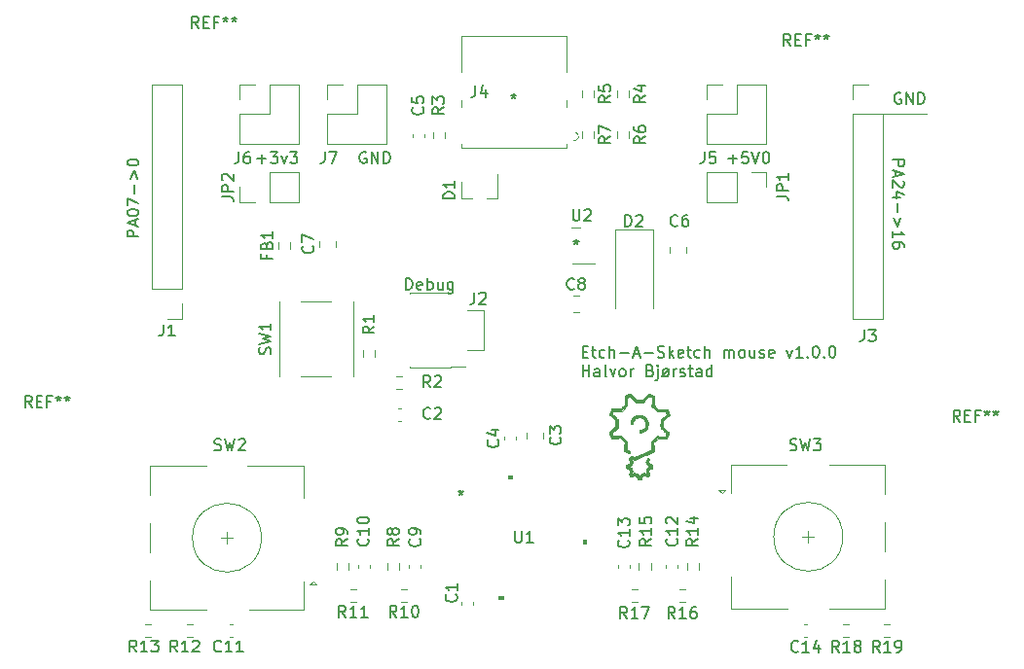
<source format=gto>
%TF.GenerationSoftware,KiCad,Pcbnew,5.1.12-84ad8e8a86~92~ubuntu21.04.1*%
%TF.CreationDate,2021-11-23T21:41:36+01:00*%
%TF.ProjectId,main,6d61696e-2e6b-4696-9361-645f70636258,rev?*%
%TF.SameCoordinates,Original*%
%TF.FileFunction,Legend,Top*%
%TF.FilePolarity,Positive*%
%FSLAX46Y46*%
G04 Gerber Fmt 4.6, Leading zero omitted, Abs format (unit mm)*
G04 Created by KiCad (PCBNEW 5.1.12-84ad8e8a86~92~ubuntu21.04.1) date 2021-11-23 21:41:36*
%MOMM*%
%LPD*%
G01*
G04 APERTURE LIST*
%ADD10C,0.150000*%
%ADD11C,0.120000*%
%ADD12C,0.010000*%
%ADD13C,0.100000*%
G04 APERTURE END LIST*
D10*
X127585595Y-143853571D02*
X127918928Y-143853571D01*
X128061785Y-144377380D02*
X127585595Y-144377380D01*
X127585595Y-143377380D01*
X128061785Y-143377380D01*
X128347500Y-143710714D02*
X128728452Y-143710714D01*
X128490357Y-143377380D02*
X128490357Y-144234523D01*
X128537976Y-144329761D01*
X128633214Y-144377380D01*
X128728452Y-144377380D01*
X129490357Y-144329761D02*
X129395119Y-144377380D01*
X129204642Y-144377380D01*
X129109404Y-144329761D01*
X129061785Y-144282142D01*
X129014166Y-144186904D01*
X129014166Y-143901190D01*
X129061785Y-143805952D01*
X129109404Y-143758333D01*
X129204642Y-143710714D01*
X129395119Y-143710714D01*
X129490357Y-143758333D01*
X129918928Y-144377380D02*
X129918928Y-143377380D01*
X130347500Y-144377380D02*
X130347500Y-143853571D01*
X130299880Y-143758333D01*
X130204642Y-143710714D01*
X130061785Y-143710714D01*
X129966547Y-143758333D01*
X129918928Y-143805952D01*
X130823690Y-143996428D02*
X131585595Y-143996428D01*
X132014166Y-144091666D02*
X132490357Y-144091666D01*
X131918928Y-144377380D02*
X132252261Y-143377380D01*
X132585595Y-144377380D01*
X132918928Y-143996428D02*
X133680833Y-143996428D01*
X134109404Y-144329761D02*
X134252261Y-144377380D01*
X134490357Y-144377380D01*
X134585595Y-144329761D01*
X134633214Y-144282142D01*
X134680833Y-144186904D01*
X134680833Y-144091666D01*
X134633214Y-143996428D01*
X134585595Y-143948809D01*
X134490357Y-143901190D01*
X134299880Y-143853571D01*
X134204642Y-143805952D01*
X134157023Y-143758333D01*
X134109404Y-143663095D01*
X134109404Y-143567857D01*
X134157023Y-143472619D01*
X134204642Y-143425000D01*
X134299880Y-143377380D01*
X134537976Y-143377380D01*
X134680833Y-143425000D01*
X135109404Y-144377380D02*
X135109404Y-143377380D01*
X135204642Y-143996428D02*
X135490357Y-144377380D01*
X135490357Y-143710714D02*
X135109404Y-144091666D01*
X136299880Y-144329761D02*
X136204642Y-144377380D01*
X136014166Y-144377380D01*
X135918928Y-144329761D01*
X135871309Y-144234523D01*
X135871309Y-143853571D01*
X135918928Y-143758333D01*
X136014166Y-143710714D01*
X136204642Y-143710714D01*
X136299880Y-143758333D01*
X136347500Y-143853571D01*
X136347500Y-143948809D01*
X135871309Y-144044047D01*
X136633214Y-143710714D02*
X137014166Y-143710714D01*
X136776071Y-143377380D02*
X136776071Y-144234523D01*
X136823690Y-144329761D01*
X136918928Y-144377380D01*
X137014166Y-144377380D01*
X137776071Y-144329761D02*
X137680833Y-144377380D01*
X137490357Y-144377380D01*
X137395119Y-144329761D01*
X137347500Y-144282142D01*
X137299880Y-144186904D01*
X137299880Y-143901190D01*
X137347500Y-143805952D01*
X137395119Y-143758333D01*
X137490357Y-143710714D01*
X137680833Y-143710714D01*
X137776071Y-143758333D01*
X138204642Y-144377380D02*
X138204642Y-143377380D01*
X138633214Y-144377380D02*
X138633214Y-143853571D01*
X138585595Y-143758333D01*
X138490357Y-143710714D01*
X138347500Y-143710714D01*
X138252261Y-143758333D01*
X138204642Y-143805952D01*
X139871309Y-144377380D02*
X139871309Y-143710714D01*
X139871309Y-143805952D02*
X139918928Y-143758333D01*
X140014166Y-143710714D01*
X140157023Y-143710714D01*
X140252261Y-143758333D01*
X140299880Y-143853571D01*
X140299880Y-144377380D01*
X140299880Y-143853571D02*
X140347500Y-143758333D01*
X140442738Y-143710714D01*
X140585595Y-143710714D01*
X140680833Y-143758333D01*
X140728452Y-143853571D01*
X140728452Y-144377380D01*
X141347500Y-144377380D02*
X141252261Y-144329761D01*
X141204642Y-144282142D01*
X141157023Y-144186904D01*
X141157023Y-143901190D01*
X141204642Y-143805952D01*
X141252261Y-143758333D01*
X141347500Y-143710714D01*
X141490357Y-143710714D01*
X141585595Y-143758333D01*
X141633214Y-143805952D01*
X141680833Y-143901190D01*
X141680833Y-144186904D01*
X141633214Y-144282142D01*
X141585595Y-144329761D01*
X141490357Y-144377380D01*
X141347500Y-144377380D01*
X142537976Y-143710714D02*
X142537976Y-144377380D01*
X142109404Y-143710714D02*
X142109404Y-144234523D01*
X142157023Y-144329761D01*
X142252261Y-144377380D01*
X142395119Y-144377380D01*
X142490357Y-144329761D01*
X142537976Y-144282142D01*
X142966547Y-144329761D02*
X143061785Y-144377380D01*
X143252261Y-144377380D01*
X143347500Y-144329761D01*
X143395119Y-144234523D01*
X143395119Y-144186904D01*
X143347500Y-144091666D01*
X143252261Y-144044047D01*
X143109404Y-144044047D01*
X143014166Y-143996428D01*
X142966547Y-143901190D01*
X142966547Y-143853571D01*
X143014166Y-143758333D01*
X143109404Y-143710714D01*
X143252261Y-143710714D01*
X143347500Y-143758333D01*
X144204642Y-144329761D02*
X144109404Y-144377380D01*
X143918928Y-144377380D01*
X143823690Y-144329761D01*
X143776071Y-144234523D01*
X143776071Y-143853571D01*
X143823690Y-143758333D01*
X143918928Y-143710714D01*
X144109404Y-143710714D01*
X144204642Y-143758333D01*
X144252261Y-143853571D01*
X144252261Y-143948809D01*
X143776071Y-144044047D01*
X145347500Y-143710714D02*
X145585595Y-144377380D01*
X145823690Y-143710714D01*
X146728452Y-144377380D02*
X146157023Y-144377380D01*
X146442738Y-144377380D02*
X146442738Y-143377380D01*
X146347500Y-143520238D01*
X146252261Y-143615476D01*
X146157023Y-143663095D01*
X147157023Y-144282142D02*
X147204642Y-144329761D01*
X147157023Y-144377380D01*
X147109404Y-144329761D01*
X147157023Y-144282142D01*
X147157023Y-144377380D01*
X147823690Y-143377380D02*
X147918928Y-143377380D01*
X148014166Y-143425000D01*
X148061785Y-143472619D01*
X148109404Y-143567857D01*
X148157023Y-143758333D01*
X148157023Y-143996428D01*
X148109404Y-144186904D01*
X148061785Y-144282142D01*
X148014166Y-144329761D01*
X147918928Y-144377380D01*
X147823690Y-144377380D01*
X147728452Y-144329761D01*
X147680833Y-144282142D01*
X147633214Y-144186904D01*
X147585595Y-143996428D01*
X147585595Y-143758333D01*
X147633214Y-143567857D01*
X147680833Y-143472619D01*
X147728452Y-143425000D01*
X147823690Y-143377380D01*
X148585595Y-144282142D02*
X148633214Y-144329761D01*
X148585595Y-144377380D01*
X148537976Y-144329761D01*
X148585595Y-144282142D01*
X148585595Y-144377380D01*
X149252261Y-143377380D02*
X149347500Y-143377380D01*
X149442738Y-143425000D01*
X149490357Y-143472619D01*
X149537976Y-143567857D01*
X149585595Y-143758333D01*
X149585595Y-143996428D01*
X149537976Y-144186904D01*
X149490357Y-144282142D01*
X149442738Y-144329761D01*
X149347500Y-144377380D01*
X149252261Y-144377380D01*
X149157023Y-144329761D01*
X149109404Y-144282142D01*
X149061785Y-144186904D01*
X149014166Y-143996428D01*
X149014166Y-143758333D01*
X149061785Y-143567857D01*
X149109404Y-143472619D01*
X149157023Y-143425000D01*
X149252261Y-143377380D01*
X127585595Y-146027380D02*
X127585595Y-145027380D01*
X127585595Y-145503571D02*
X128157023Y-145503571D01*
X128157023Y-146027380D02*
X128157023Y-145027380D01*
X129061785Y-146027380D02*
X129061785Y-145503571D01*
X129014166Y-145408333D01*
X128918928Y-145360714D01*
X128728452Y-145360714D01*
X128633214Y-145408333D01*
X129061785Y-145979761D02*
X128966547Y-146027380D01*
X128728452Y-146027380D01*
X128633214Y-145979761D01*
X128585595Y-145884523D01*
X128585595Y-145789285D01*
X128633214Y-145694047D01*
X128728452Y-145646428D01*
X128966547Y-145646428D01*
X129061785Y-145598809D01*
X129680833Y-146027380D02*
X129585595Y-145979761D01*
X129537976Y-145884523D01*
X129537976Y-145027380D01*
X129966547Y-145360714D02*
X130204642Y-146027380D01*
X130442738Y-145360714D01*
X130966547Y-146027380D02*
X130871309Y-145979761D01*
X130823690Y-145932142D01*
X130776071Y-145836904D01*
X130776071Y-145551190D01*
X130823690Y-145455952D01*
X130871309Y-145408333D01*
X130966547Y-145360714D01*
X131109404Y-145360714D01*
X131204642Y-145408333D01*
X131252261Y-145455952D01*
X131299880Y-145551190D01*
X131299880Y-145836904D01*
X131252261Y-145932142D01*
X131204642Y-145979761D01*
X131109404Y-146027380D01*
X130966547Y-146027380D01*
X131728452Y-146027380D02*
X131728452Y-145360714D01*
X131728452Y-145551190D02*
X131776071Y-145455952D01*
X131823690Y-145408333D01*
X131918928Y-145360714D01*
X132014166Y-145360714D01*
X133442738Y-145503571D02*
X133585595Y-145551190D01*
X133633214Y-145598809D01*
X133680833Y-145694047D01*
X133680833Y-145836904D01*
X133633214Y-145932142D01*
X133585595Y-145979761D01*
X133490357Y-146027380D01*
X133109404Y-146027380D01*
X133109404Y-145027380D01*
X133442738Y-145027380D01*
X133537976Y-145075000D01*
X133585595Y-145122619D01*
X133633214Y-145217857D01*
X133633214Y-145313095D01*
X133585595Y-145408333D01*
X133537976Y-145455952D01*
X133442738Y-145503571D01*
X133109404Y-145503571D01*
X134109404Y-145360714D02*
X134109404Y-146217857D01*
X134061785Y-146313095D01*
X133966547Y-146360714D01*
X133918928Y-146360714D01*
X134109404Y-145027380D02*
X134061785Y-145075000D01*
X134109404Y-145122619D01*
X134157023Y-145075000D01*
X134109404Y-145027380D01*
X134109404Y-145122619D01*
X135109404Y-145360714D02*
X134490357Y-146027380D01*
X134728452Y-146027380D02*
X134633214Y-145979761D01*
X134585595Y-145932142D01*
X134537976Y-145836904D01*
X134537976Y-145551190D01*
X134585595Y-145455952D01*
X134633214Y-145408333D01*
X134728452Y-145360714D01*
X134871309Y-145360714D01*
X134966547Y-145408333D01*
X135014166Y-145455952D01*
X135061785Y-145551190D01*
X135061785Y-145836904D01*
X135014166Y-145932142D01*
X134966547Y-145979761D01*
X134871309Y-146027380D01*
X134728452Y-146027380D01*
X135490357Y-146027380D02*
X135490357Y-145360714D01*
X135490357Y-145551190D02*
X135537976Y-145455952D01*
X135585595Y-145408333D01*
X135680833Y-145360714D01*
X135776071Y-145360714D01*
X136061785Y-145979761D02*
X136157023Y-146027380D01*
X136347500Y-146027380D01*
X136442738Y-145979761D01*
X136490357Y-145884523D01*
X136490357Y-145836904D01*
X136442738Y-145741666D01*
X136347500Y-145694047D01*
X136204642Y-145694047D01*
X136109404Y-145646428D01*
X136061785Y-145551190D01*
X136061785Y-145503571D01*
X136109404Y-145408333D01*
X136204642Y-145360714D01*
X136347500Y-145360714D01*
X136442738Y-145408333D01*
X136776071Y-145360714D02*
X137157023Y-145360714D01*
X136918928Y-145027380D02*
X136918928Y-145884523D01*
X136966547Y-145979761D01*
X137061785Y-146027380D01*
X137157023Y-146027380D01*
X137918928Y-146027380D02*
X137918928Y-145503571D01*
X137871309Y-145408333D01*
X137776071Y-145360714D01*
X137585595Y-145360714D01*
X137490357Y-145408333D01*
X137918928Y-145979761D02*
X137823690Y-146027380D01*
X137585595Y-146027380D01*
X137490357Y-145979761D01*
X137442738Y-145884523D01*
X137442738Y-145789285D01*
X137490357Y-145694047D01*
X137585595Y-145646428D01*
X137823690Y-145646428D01*
X137918928Y-145598809D01*
X138823690Y-146027380D02*
X138823690Y-145027380D01*
X138823690Y-145979761D02*
X138728452Y-146027380D01*
X138537976Y-146027380D01*
X138442738Y-145979761D01*
X138395119Y-145932142D01*
X138347500Y-145836904D01*
X138347500Y-145551190D01*
X138395119Y-145455952D01*
X138442738Y-145408333D01*
X138537976Y-145360714D01*
X138728452Y-145360714D01*
X138823690Y-145408333D01*
X112202380Y-138452380D02*
X112202380Y-137452380D01*
X112440476Y-137452380D01*
X112583333Y-137500000D01*
X112678571Y-137595238D01*
X112726190Y-137690476D01*
X112773809Y-137880952D01*
X112773809Y-138023809D01*
X112726190Y-138214285D01*
X112678571Y-138309523D01*
X112583333Y-138404761D01*
X112440476Y-138452380D01*
X112202380Y-138452380D01*
X113583333Y-138404761D02*
X113488095Y-138452380D01*
X113297619Y-138452380D01*
X113202380Y-138404761D01*
X113154761Y-138309523D01*
X113154761Y-137928571D01*
X113202380Y-137833333D01*
X113297619Y-137785714D01*
X113488095Y-137785714D01*
X113583333Y-137833333D01*
X113630952Y-137928571D01*
X113630952Y-138023809D01*
X113154761Y-138119047D01*
X114059523Y-138452380D02*
X114059523Y-137452380D01*
X114059523Y-137833333D02*
X114154761Y-137785714D01*
X114345238Y-137785714D01*
X114440476Y-137833333D01*
X114488095Y-137880952D01*
X114535714Y-137976190D01*
X114535714Y-138261904D01*
X114488095Y-138357142D01*
X114440476Y-138404761D01*
X114345238Y-138452380D01*
X114154761Y-138452380D01*
X114059523Y-138404761D01*
X115392857Y-137785714D02*
X115392857Y-138452380D01*
X114964285Y-137785714D02*
X114964285Y-138309523D01*
X115011904Y-138404761D01*
X115107142Y-138452380D01*
X115250000Y-138452380D01*
X115345238Y-138404761D01*
X115392857Y-138357142D01*
X116297619Y-137785714D02*
X116297619Y-138595238D01*
X116250000Y-138690476D01*
X116202380Y-138738095D01*
X116107142Y-138785714D01*
X115964285Y-138785714D01*
X115869047Y-138738095D01*
X116297619Y-138404761D02*
X116202380Y-138452380D01*
X116011904Y-138452380D01*
X115916666Y-138404761D01*
X115869047Y-138357142D01*
X115821428Y-138261904D01*
X115821428Y-137976190D01*
X115869047Y-137880952D01*
X115916666Y-137833333D01*
X116011904Y-137785714D01*
X116202380Y-137785714D01*
X116297619Y-137833333D01*
D11*
X119000000Y-143750000D02*
X117500000Y-143750000D01*
X119000000Y-140250000D02*
X119000000Y-143750000D01*
X117500000Y-140250000D02*
X119000000Y-140250000D01*
D10*
X155238095Y-121352500D02*
X155142857Y-121304880D01*
X155000000Y-121304880D01*
X154857142Y-121352500D01*
X154761904Y-121447738D01*
X154714285Y-121542976D01*
X154666666Y-121733452D01*
X154666666Y-121876309D01*
X154714285Y-122066785D01*
X154761904Y-122162023D01*
X154857142Y-122257261D01*
X155000000Y-122304880D01*
X155095238Y-122304880D01*
X155238095Y-122257261D01*
X155285714Y-122209642D01*
X155285714Y-121876309D01*
X155095238Y-121876309D01*
X155714285Y-122304880D02*
X155714285Y-121304880D01*
X156285714Y-122304880D01*
X156285714Y-121304880D01*
X156761904Y-122304880D02*
X156761904Y-121304880D01*
X157000000Y-121304880D01*
X157142857Y-121352500D01*
X157238095Y-121447738D01*
X157285714Y-121542976D01*
X157333333Y-121733452D01*
X157333333Y-121876309D01*
X157285714Y-122066785D01*
X157238095Y-122162023D01*
X157142857Y-122257261D01*
X157000000Y-122304880D01*
X156761904Y-122304880D01*
D11*
X153730000Y-123190000D02*
X157500000Y-123190000D01*
D10*
X154547619Y-127166666D02*
X155547619Y-127166666D01*
X155547619Y-127547619D01*
X155500000Y-127642857D01*
X155452380Y-127690476D01*
X155357142Y-127738095D01*
X155214285Y-127738095D01*
X155119047Y-127690476D01*
X155071428Y-127642857D01*
X155023809Y-127547619D01*
X155023809Y-127166666D01*
X154833333Y-128119047D02*
X154833333Y-128595238D01*
X154547619Y-128023809D02*
X155547619Y-128357142D01*
X154547619Y-128690476D01*
X155452380Y-128976190D02*
X155500000Y-129023809D01*
X155547619Y-129119047D01*
X155547619Y-129357142D01*
X155500000Y-129452380D01*
X155452380Y-129500000D01*
X155357142Y-129547619D01*
X155261904Y-129547619D01*
X155119047Y-129500000D01*
X154547619Y-128928571D01*
X154547619Y-129547619D01*
X155214285Y-130404761D02*
X154547619Y-130404761D01*
X155595238Y-130166666D02*
X154880952Y-129928571D01*
X154880952Y-130547619D01*
X154928571Y-130928571D02*
X154928571Y-131690476D01*
X155214285Y-132166666D02*
X154928571Y-132928571D01*
X154642857Y-132166666D01*
X154547619Y-133928571D02*
X154547619Y-133357142D01*
X154547619Y-133642857D02*
X155547619Y-133642857D01*
X155404761Y-133547619D01*
X155309523Y-133452380D01*
X155261904Y-133357142D01*
X155547619Y-134785714D02*
X155547619Y-134595238D01*
X155500000Y-134500000D01*
X155452380Y-134452380D01*
X155309523Y-134357142D01*
X155119047Y-134309523D01*
X154738095Y-134309523D01*
X154642857Y-134357142D01*
X154595238Y-134404761D01*
X154547619Y-134500000D01*
X154547619Y-134690476D01*
X154595238Y-134785714D01*
X154642857Y-134833333D01*
X154738095Y-134880952D01*
X154976190Y-134880952D01*
X155071428Y-134833333D01*
X155119047Y-134785714D01*
X155166666Y-134690476D01*
X155166666Y-134500000D01*
X155119047Y-134404761D01*
X155071428Y-134357142D01*
X154976190Y-134309523D01*
X88952380Y-133857142D02*
X87952380Y-133857142D01*
X87952380Y-133476190D01*
X88000000Y-133380952D01*
X88047619Y-133333333D01*
X88142857Y-133285714D01*
X88285714Y-133285714D01*
X88380952Y-133333333D01*
X88428571Y-133380952D01*
X88476190Y-133476190D01*
X88476190Y-133857142D01*
X88666666Y-132904761D02*
X88666666Y-132428571D01*
X88952380Y-133000000D02*
X87952380Y-132666666D01*
X88952380Y-132333333D01*
X87952380Y-131809523D02*
X87952380Y-131714285D01*
X88000000Y-131619047D01*
X88047619Y-131571428D01*
X88142857Y-131523809D01*
X88333333Y-131476190D01*
X88571428Y-131476190D01*
X88761904Y-131523809D01*
X88857142Y-131571428D01*
X88904761Y-131619047D01*
X88952380Y-131714285D01*
X88952380Y-131809523D01*
X88904761Y-131904761D01*
X88857142Y-131952380D01*
X88761904Y-132000000D01*
X88571428Y-132047619D01*
X88333333Y-132047619D01*
X88142857Y-132000000D01*
X88047619Y-131952380D01*
X88000000Y-131904761D01*
X87952380Y-131809523D01*
X87952380Y-131142857D02*
X87952380Y-130476190D01*
X88952380Y-130904761D01*
X88571428Y-130095238D02*
X88571428Y-129333333D01*
X88285714Y-128857142D02*
X88571428Y-128095238D01*
X88857142Y-128857142D01*
X87952380Y-127428571D02*
X87952380Y-127333333D01*
X88000000Y-127238095D01*
X88047619Y-127190476D01*
X88142857Y-127142857D01*
X88333333Y-127095238D01*
X88571428Y-127095238D01*
X88761904Y-127142857D01*
X88857142Y-127190476D01*
X88904761Y-127238095D01*
X88952380Y-127333333D01*
X88952380Y-127428571D01*
X88904761Y-127523809D01*
X88857142Y-127571428D01*
X88761904Y-127619047D01*
X88571428Y-127666666D01*
X88333333Y-127666666D01*
X88142857Y-127619047D01*
X88047619Y-127571428D01*
X88000000Y-127523809D01*
X87952380Y-127428571D01*
X140238095Y-127071428D02*
X141000000Y-127071428D01*
X140619047Y-127452380D02*
X140619047Y-126690476D01*
X141952380Y-126452380D02*
X141476190Y-126452380D01*
X141428571Y-126928571D01*
X141476190Y-126880952D01*
X141571428Y-126833333D01*
X141809523Y-126833333D01*
X141904761Y-126880952D01*
X141952380Y-126928571D01*
X142000000Y-127023809D01*
X142000000Y-127261904D01*
X141952380Y-127357142D01*
X141904761Y-127404761D01*
X141809523Y-127452380D01*
X141571428Y-127452380D01*
X141476190Y-127404761D01*
X141428571Y-127357142D01*
X142285714Y-126452380D02*
X142619047Y-127452380D01*
X142952380Y-126452380D01*
X143476190Y-126452380D02*
X143571428Y-126452380D01*
X143666666Y-126500000D01*
X143714285Y-126547619D01*
X143761904Y-126642857D01*
X143809523Y-126833333D01*
X143809523Y-127071428D01*
X143761904Y-127261904D01*
X143714285Y-127357142D01*
X143666666Y-127404761D01*
X143571428Y-127452380D01*
X143476190Y-127452380D01*
X143380952Y-127404761D01*
X143333333Y-127357142D01*
X143285714Y-127261904D01*
X143238095Y-127071428D01*
X143238095Y-126833333D01*
X143285714Y-126642857D01*
X143333333Y-126547619D01*
X143380952Y-126500000D01*
X143476190Y-126452380D01*
X108738095Y-126500000D02*
X108642857Y-126452380D01*
X108500000Y-126452380D01*
X108357142Y-126500000D01*
X108261904Y-126595238D01*
X108214285Y-126690476D01*
X108166666Y-126880952D01*
X108166666Y-127023809D01*
X108214285Y-127214285D01*
X108261904Y-127309523D01*
X108357142Y-127404761D01*
X108500000Y-127452380D01*
X108595238Y-127452380D01*
X108738095Y-127404761D01*
X108785714Y-127357142D01*
X108785714Y-127023809D01*
X108595238Y-127023809D01*
X109214285Y-127452380D02*
X109214285Y-126452380D01*
X109785714Y-127452380D01*
X109785714Y-126452380D01*
X110261904Y-127452380D02*
X110261904Y-126452380D01*
X110500000Y-126452380D01*
X110642857Y-126500000D01*
X110738095Y-126595238D01*
X110785714Y-126690476D01*
X110833333Y-126880952D01*
X110833333Y-127023809D01*
X110785714Y-127214285D01*
X110738095Y-127309523D01*
X110642857Y-127404761D01*
X110500000Y-127452380D01*
X110261904Y-127452380D01*
X99285714Y-127071428D02*
X100047619Y-127071428D01*
X99666666Y-127452380D02*
X99666666Y-126690476D01*
X100428571Y-126452380D02*
X101047619Y-126452380D01*
X100714285Y-126833333D01*
X100857142Y-126833333D01*
X100952380Y-126880952D01*
X101000000Y-126928571D01*
X101047619Y-127023809D01*
X101047619Y-127261904D01*
X101000000Y-127357142D01*
X100952380Y-127404761D01*
X100857142Y-127452380D01*
X100571428Y-127452380D01*
X100476190Y-127404761D01*
X100428571Y-127357142D01*
X101380952Y-126785714D02*
X101619047Y-127452380D01*
X101857142Y-126785714D01*
X102142857Y-126452380D02*
X102761904Y-126452380D01*
X102428571Y-126833333D01*
X102571428Y-126833333D01*
X102666666Y-126880952D01*
X102714285Y-126928571D01*
X102761904Y-127023809D01*
X102761904Y-127261904D01*
X102714285Y-127357142D01*
X102666666Y-127404761D01*
X102571428Y-127452380D01*
X102285714Y-127452380D01*
X102190476Y-127404761D01*
X102142857Y-127357142D01*
D12*
%TO.C,G\u002A\u002A\u002A*%
G36*
X132719894Y-149419643D02*
G01*
X132871620Y-149484492D01*
X133007677Y-149581652D01*
X133122300Y-149709539D01*
X133189627Y-149822403D01*
X133220458Y-149890439D01*
X133239018Y-149950136D01*
X133248300Y-150016831D01*
X133251296Y-150105864D01*
X133251417Y-150139123D01*
X133249889Y-150236321D01*
X133243094Y-150307094D01*
X133227715Y-150367304D01*
X133200432Y-150432815D01*
X133181978Y-150471118D01*
X133084414Y-150624203D01*
X132958353Y-150746437D01*
X132805661Y-150836467D01*
X132628206Y-150892941D01*
X132589959Y-150900082D01*
X132500000Y-150915054D01*
X132500000Y-150705077D01*
X132586609Y-150691227D01*
X132726541Y-150648219D01*
X132851489Y-150566023D01*
X132917030Y-150500720D01*
X132998674Y-150378660D01*
X133043198Y-150245669D01*
X133051951Y-150108484D01*
X133026283Y-149973840D01*
X132967545Y-149848474D01*
X132877087Y-149739123D01*
X132756258Y-149652523D01*
X132745951Y-149647103D01*
X132608572Y-149598747D01*
X132467799Y-149589088D01*
X132330553Y-149615766D01*
X132203759Y-149676420D01*
X132094338Y-149768690D01*
X132009213Y-149890215D01*
X132004229Y-149899986D01*
X131973190Y-149976668D01*
X131953426Y-150053156D01*
X131949667Y-150089989D01*
X131949667Y-150170500D01*
X131843834Y-150170500D01*
X131781170Y-150169061D01*
X131749920Y-150160510D01*
X131739172Y-150138494D01*
X131738000Y-150108885D01*
X131755628Y-149983232D01*
X131804142Y-149849498D01*
X131876982Y-149719356D01*
X131967592Y-149604477D01*
X132069414Y-149516534D01*
X132071619Y-149515065D01*
X132228363Y-149434817D01*
X132392500Y-149393221D01*
X132558266Y-149388692D01*
X132719894Y-149419643D01*
G37*
X132719894Y-149419643D02*
X132871620Y-149484492D01*
X133007677Y-149581652D01*
X133122300Y-149709539D01*
X133189627Y-149822403D01*
X133220458Y-149890439D01*
X133239018Y-149950136D01*
X133248300Y-150016831D01*
X133251296Y-150105864D01*
X133251417Y-150139123D01*
X133249889Y-150236321D01*
X133243094Y-150307094D01*
X133227715Y-150367304D01*
X133200432Y-150432815D01*
X133181978Y-150471118D01*
X133084414Y-150624203D01*
X132958353Y-150746437D01*
X132805661Y-150836467D01*
X132628206Y-150892941D01*
X132589959Y-150900082D01*
X132500000Y-150915054D01*
X132500000Y-150705077D01*
X132586609Y-150691227D01*
X132726541Y-150648219D01*
X132851489Y-150566023D01*
X132917030Y-150500720D01*
X132998674Y-150378660D01*
X133043198Y-150245669D01*
X133051951Y-150108484D01*
X133026283Y-149973840D01*
X132967545Y-149848474D01*
X132877087Y-149739123D01*
X132756258Y-149652523D01*
X132745951Y-149647103D01*
X132608572Y-149598747D01*
X132467799Y-149589088D01*
X132330553Y-149615766D01*
X132203759Y-149676420D01*
X132094338Y-149768690D01*
X132009213Y-149890215D01*
X132004229Y-149899986D01*
X131973190Y-149976668D01*
X131953426Y-150053156D01*
X131949667Y-150089989D01*
X131949667Y-150170500D01*
X131843834Y-150170500D01*
X131781170Y-150169061D01*
X131749920Y-150160510D01*
X131739172Y-150138494D01*
X131738000Y-150108885D01*
X131755628Y-149983232D01*
X131804142Y-149849498D01*
X131876982Y-149719356D01*
X131967592Y-149604477D01*
X132069414Y-149516534D01*
X132071619Y-149515065D01*
X132228363Y-149434817D01*
X132392500Y-149393221D01*
X132558266Y-149388692D01*
X132719894Y-149419643D01*
G36*
X131755923Y-147513164D02*
G01*
X131780657Y-147532475D01*
X131827033Y-147578857D01*
X131889803Y-147646682D01*
X131963722Y-147730323D01*
X132023021Y-147799691D01*
X132255126Y-148075000D01*
X132790101Y-148075000D01*
X133030786Y-147799833D01*
X133120003Y-147700337D01*
X133197000Y-147619390D01*
X133257680Y-147561032D01*
X133297947Y-147529304D01*
X133309722Y-147524666D01*
X133351208Y-147533121D01*
X133417854Y-147555704D01*
X133500316Y-147588247D01*
X133589248Y-147626577D01*
X133675306Y-147666524D01*
X133749143Y-147703919D01*
X133801416Y-147734590D01*
X133822520Y-147753515D01*
X133825554Y-147785706D01*
X133825306Y-147852268D01*
X133822026Y-147945386D01*
X133815963Y-148057245D01*
X133810002Y-148145165D01*
X133783868Y-148501331D01*
X133974772Y-148692235D01*
X134165675Y-148883139D01*
X134514374Y-148859276D01*
X134633442Y-148852002D01*
X134739164Y-148847183D01*
X134823683Y-148845050D01*
X134879143Y-148845831D01*
X134896167Y-148848113D01*
X134918179Y-148872771D01*
X134949602Y-148928159D01*
X134986530Y-149004826D01*
X135025056Y-149093317D01*
X135061272Y-149184181D01*
X135091271Y-149267965D01*
X135111146Y-149335216D01*
X135116990Y-149376481D01*
X135116223Y-149380508D01*
X135096561Y-149406499D01*
X135049882Y-149454068D01*
X134981839Y-149517872D01*
X134898086Y-149592568D01*
X134829077Y-149651916D01*
X134554202Y-149884750D01*
X134553684Y-150150888D01*
X134553167Y-150417027D01*
X134817568Y-150648305D01*
X134907196Y-150728847D01*
X134985467Y-150803236D01*
X135046659Y-150865711D01*
X135085052Y-150910514D01*
X135095176Y-150927793D01*
X135092213Y-150965501D01*
X135074473Y-151030361D01*
X135045897Y-151112825D01*
X135010427Y-151203346D01*
X134972004Y-151292375D01*
X134934569Y-151370364D01*
X134902063Y-151427765D01*
X134878426Y-151455029D01*
X134877353Y-151455507D01*
X134847653Y-151457611D01*
X134783321Y-151456558D01*
X134691914Y-151452652D01*
X134580991Y-151446200D01*
X134487368Y-151439715D01*
X134125882Y-151412987D01*
X133747952Y-151790917D01*
X133771661Y-152157590D01*
X133780526Y-152314242D01*
X133784174Y-152429961D01*
X133782610Y-152505824D01*
X133775842Y-152542910D01*
X133773833Y-152545800D01*
X133748002Y-152560855D01*
X133689964Y-152589037D01*
X133606588Y-152627189D01*
X133504742Y-152672152D01*
X133417190Y-152709796D01*
X133296016Y-152761795D01*
X133147577Y-152826257D01*
X132983191Y-152898222D01*
X132814175Y-152972730D01*
X132651845Y-153044820D01*
X132601911Y-153067127D01*
X132468146Y-153126397D01*
X132345988Y-153179404D01*
X132241101Y-153223783D01*
X132159150Y-153257165D01*
X132105798Y-153277182D01*
X132087916Y-153282000D01*
X132050956Y-153272847D01*
X131992284Y-153249336D01*
X131948963Y-153228726D01*
X131885249Y-153199644D01*
X131853083Y-153195894D01*
X131849860Y-153220564D01*
X131872975Y-153276741D01*
X131886167Y-153303166D01*
X131919660Y-153384437D01*
X131924633Y-153453010D01*
X131901308Y-153527270D01*
X131889170Y-153552718D01*
X131859971Y-153618302D01*
X131838616Y-153678878D01*
X131836297Y-153687680D01*
X131820395Y-153723408D01*
X131786166Y-153750731D01*
X131723282Y-153777091D01*
X131702324Y-153784253D01*
X131637046Y-153808922D01*
X131590529Y-153831977D01*
X131574851Y-153845530D01*
X131589316Y-153862704D01*
X131634022Y-153885276D01*
X131682359Y-153902773D01*
X131750601Y-153926095D01*
X131795638Y-153950469D01*
X131827708Y-153986244D01*
X131857051Y-154043769D01*
X131882466Y-154105030D01*
X131913452Y-154189163D01*
X131925074Y-154251756D01*
X131916938Y-154309112D01*
X131888651Y-154377537D01*
X131875227Y-154404536D01*
X131849517Y-154461406D01*
X131838209Y-154499581D01*
X131841375Y-154509666D01*
X131869892Y-154501342D01*
X131923374Y-154479831D01*
X131972080Y-154458108D01*
X132036181Y-154429712D01*
X132079420Y-154418164D01*
X132119224Y-154422255D01*
X132173019Y-154440777D01*
X132180557Y-154443651D01*
X132276837Y-154481787D01*
X132341740Y-154513347D01*
X132383899Y-154545581D01*
X132411949Y-154585737D01*
X132434525Y-154641064D01*
X132441993Y-154663125D01*
X132465956Y-154727319D01*
X132487526Y-154771420D01*
X132500000Y-154784833D01*
X132515417Y-154766403D01*
X132537697Y-154718499D01*
X132558008Y-154663125D01*
X132579447Y-154603162D01*
X132602259Y-154560885D01*
X132635090Y-154528932D01*
X132686589Y-154499939D01*
X132765402Y-154466542D01*
X132809175Y-154449256D01*
X132917267Y-154406842D01*
X133028236Y-154458254D01*
X133091730Y-154486214D01*
X133140156Y-154504887D01*
X133158625Y-154509666D01*
X133160606Y-154492843D01*
X133145612Y-154449336D01*
X133124773Y-154404536D01*
X133091534Y-154333215D01*
X133076421Y-154276556D01*
X133079801Y-154220796D01*
X133102038Y-154152171D01*
X133133404Y-154079307D01*
X133167309Y-154006892D01*
X133195628Y-153962558D01*
X133229486Y-153935491D01*
X133280006Y-153914876D01*
X133313751Y-153904000D01*
X133375721Y-153880868D01*
X133415868Y-153858880D01*
X133425172Y-153845599D01*
X133402556Y-153827113D01*
X133352860Y-153803661D01*
X133319566Y-153791392D01*
X133255147Y-153765380D01*
X133205353Y-153737617D01*
X133192019Y-153726500D01*
X133167445Y-153688047D01*
X133136930Y-153625439D01*
X133106669Y-153553543D01*
X133082861Y-153487227D01*
X133071701Y-153441359D01*
X133071500Y-153437323D01*
X133080141Y-153408650D01*
X133102217Y-153354774D01*
X133131961Y-153288215D01*
X133163605Y-153221498D01*
X133191379Y-153167144D01*
X133209515Y-153137677D01*
X133209541Y-153137648D01*
X133230086Y-153142288D01*
X133275230Y-153161792D01*
X133301930Y-153174940D01*
X133388295Y-153219000D01*
X133334268Y-153329875D01*
X133304465Y-153394546D01*
X133292501Y-153437566D01*
X133296476Y-153474731D01*
X133311921Y-153515776D01*
X133335989Y-153560734D01*
X133369860Y-153591024D01*
X133426194Y-153615920D01*
X133466842Y-153629276D01*
X133537136Y-153653284D01*
X133592644Y-153675958D01*
X133616542Y-153689133D01*
X133632289Y-153723538D01*
X133641400Y-153790496D01*
X133643000Y-153842227D01*
X133639060Y-153925506D01*
X133622052Y-153982085D01*
X133584199Y-154021650D01*
X133517720Y-154053887D01*
X133455712Y-154075422D01*
X133385100Y-154102621D01*
X133342951Y-154132796D01*
X133315994Y-154176016D01*
X133312521Y-154184053D01*
X133296556Y-154229831D01*
X133296165Y-154268088D01*
X133313377Y-154315883D01*
X133333025Y-154356286D01*
X133374306Y-154441244D01*
X133395573Y-154500082D01*
X133396474Y-154544175D01*
X133376653Y-154584895D01*
X133335756Y-154633617D01*
X133323977Y-154646450D01*
X133263319Y-154705239D01*
X133209785Y-154734811D01*
X133151693Y-154736660D01*
X133077362Y-154712284D01*
X133019558Y-154685421D01*
X132953912Y-154654535D01*
X132911301Y-154641187D01*
X132877077Y-154643627D01*
X132836592Y-154660107D01*
X132830776Y-154662870D01*
X132788342Y-154688605D01*
X132757617Y-154725039D01*
X132730494Y-154783963D01*
X132712739Y-154834527D01*
X132685179Y-154905612D01*
X132657042Y-154959428D01*
X132634738Y-154984079D01*
X132574411Y-154996474D01*
X132499368Y-154997902D01*
X132425253Y-154989702D01*
X132367709Y-154973215D01*
X132347250Y-154959458D01*
X132322544Y-154918719D01*
X132294303Y-154854528D01*
X132278313Y-154809920D01*
X132249857Y-154737523D01*
X132216881Y-154693123D01*
X132169255Y-154662884D01*
X132127069Y-154644868D01*
X132092869Y-154640687D01*
X132052006Y-154652090D01*
X131989831Y-154680824D01*
X131980442Y-154685421D01*
X131909850Y-154716271D01*
X131847698Y-154736997D01*
X131815910Y-154742500D01*
X131774485Y-154727027D01*
X131720513Y-154687876D01*
X131665869Y-154635945D01*
X131622430Y-154582133D01*
X131604950Y-154548897D01*
X131607487Y-154513239D01*
X131625721Y-154452994D01*
X131655724Y-154381084D01*
X131656339Y-154379781D01*
X131689151Y-154307851D01*
X131705005Y-154260990D01*
X131705911Y-154226423D01*
X131693877Y-154191371D01*
X131687955Y-154178665D01*
X131657061Y-154132961D01*
X131608287Y-154100005D01*
X131543579Y-154075186D01*
X131454588Y-154042553D01*
X131399258Y-154008763D01*
X131369796Y-153964083D01*
X131358405Y-153898782D01*
X131357000Y-153842227D01*
X131361355Y-153760318D01*
X131373326Y-153705286D01*
X131383459Y-153689133D01*
X131417224Y-153671459D01*
X131476902Y-153648067D01*
X131529694Y-153630368D01*
X131599591Y-153605749D01*
X131641215Y-153580170D01*
X131667580Y-153543304D01*
X131682377Y-153509214D01*
X131701474Y-153453123D01*
X131702232Y-153411873D01*
X131683397Y-153363312D01*
X131672927Y-153342416D01*
X131631142Y-153258572D01*
X131609047Y-153201006D01*
X131607237Y-153158213D01*
X131626305Y-153118690D01*
X131666844Y-153070935D01*
X131688107Y-153048123D01*
X131741886Y-152995005D01*
X131787870Y-152957301D01*
X131815584Y-152943333D01*
X131848703Y-152952403D01*
X131906258Y-152976089D01*
X131970327Y-153006577D01*
X132095613Y-153069821D01*
X132504182Y-152886800D01*
X132654683Y-152819583D01*
X132818875Y-152746590D01*
X132983159Y-152673845D01*
X133133939Y-152607369D01*
X133240834Y-152560508D01*
X133568917Y-152417236D01*
X133564823Y-152219909D01*
X133561336Y-152107810D01*
X133555785Y-151988611D01*
X133549243Y-151884582D01*
X133547780Y-151865973D01*
X133534830Y-151709363D01*
X133788882Y-151455312D01*
X134042933Y-151201261D01*
X134250425Y-151215805D01*
X134362711Y-151223918D01*
X134480412Y-151232813D01*
X134583091Y-151240935D01*
X134610308Y-151243190D01*
X134762700Y-151256031D01*
X134816683Y-151133965D01*
X134844808Y-151066395D01*
X134863879Y-151012928D01*
X134869445Y-150988074D01*
X134853741Y-150966455D01*
X134811385Y-150923126D01*
X134748135Y-150863609D01*
X134669749Y-150793426D01*
X134634939Y-150763166D01*
X134549151Y-150688159D01*
X134473179Y-150619759D01*
X134413735Y-150564156D01*
X134377532Y-150527539D01*
X134371578Y-150520331D01*
X134357538Y-150477787D01*
X134348274Y-150400574D01*
X134343928Y-150296100D01*
X134344640Y-150171776D01*
X134350552Y-150035010D01*
X134360004Y-149911987D01*
X134373250Y-149769891D01*
X134627250Y-149554674D01*
X134714482Y-149480748D01*
X134789832Y-149416867D01*
X134847613Y-149367851D01*
X134882142Y-149338525D01*
X134889309Y-149332406D01*
X134886303Y-149311000D01*
X134871082Y-149263409D01*
X134848485Y-149202191D01*
X134823352Y-149139907D01*
X134800521Y-149089117D01*
X134785582Y-149063190D01*
X134760431Y-149058802D01*
X134700478Y-149057702D01*
X134613118Y-149059752D01*
X134505743Y-149064815D01*
X134425478Y-149069881D01*
X134080357Y-149093797D01*
X133827969Y-148843690D01*
X133575580Y-148593583D01*
X133588801Y-148371333D01*
X133595935Y-148259020D01*
X133603978Y-148144200D01*
X133611642Y-148044851D01*
X133614871Y-148007243D01*
X133627720Y-147865402D01*
X133505726Y-147811451D01*
X133438177Y-147783352D01*
X133384731Y-147764332D01*
X133359908Y-147758823D01*
X133336220Y-147774545D01*
X133293277Y-147815418D01*
X133238738Y-147873918D01*
X133214419Y-147901698D01*
X133140197Y-147986874D01*
X133058488Y-148078836D01*
X132985928Y-148158874D01*
X132980318Y-148164958D01*
X132867881Y-148286666D01*
X132615149Y-148286482D01*
X132503182Y-148285267D01*
X132394961Y-148282119D01*
X132304187Y-148277543D01*
X132252563Y-148273101D01*
X132209781Y-148267185D01*
X132175185Y-148257833D01*
X132142532Y-148239996D01*
X132105576Y-148208622D01*
X132058072Y-148158663D01*
X131993775Y-148085067D01*
X131935063Y-148016351D01*
X131861604Y-147929858D01*
X131797681Y-147853973D01*
X131748473Y-147794889D01*
X131719154Y-147758798D01*
X131713673Y-147751472D01*
X131686562Y-147746845D01*
X131627483Y-147761364D01*
X131565506Y-147784057D01*
X131431084Y-147837967D01*
X131431108Y-147951192D01*
X131432530Y-148020094D01*
X131436349Y-148116758D01*
X131441931Y-148226719D01*
X131446695Y-148306163D01*
X131462257Y-148547910D01*
X130965417Y-149053332D01*
X130732169Y-149040601D01*
X130620292Y-149033873D01*
X130508478Y-149026097D01*
X130412885Y-149018445D01*
X130369266Y-149014318D01*
X130239610Y-149000767D01*
X130193429Y-149104091D01*
X130164942Y-149170637D01*
X130150216Y-149221961D01*
X130152486Y-149265753D01*
X130174987Y-149309701D01*
X130220953Y-149361494D01*
X130293619Y-149428821D01*
X130351584Y-149480053D01*
X130456018Y-149571484D01*
X130533755Y-149641105D01*
X130588708Y-149696349D01*
X130624789Y-149744650D01*
X130645911Y-149793441D01*
X130655985Y-149850156D01*
X130658923Y-149922228D01*
X130658640Y-150017092D01*
X130658500Y-150063201D01*
X130657563Y-150176195D01*
X130654997Y-150279201D01*
X130651172Y-150362146D01*
X130646456Y-150414953D01*
X130645385Y-150421282D01*
X130632367Y-150454188D01*
X130602657Y-150495103D01*
X130552044Y-150548463D01*
X130476319Y-150618705D01*
X130371270Y-150710263D01*
X130370219Y-150711163D01*
X130282402Y-150786651D01*
X130207099Y-150851991D01*
X130149663Y-150902491D01*
X130115444Y-150933457D01*
X130108167Y-150940972D01*
X130115545Y-150961806D01*
X130134810Y-151010796D01*
X130159524Y-151071779D01*
X130210882Y-151197083D01*
X130461149Y-151192327D01*
X130571856Y-151189330D01*
X130678049Y-151184891D01*
X130766256Y-151179660D01*
X130815129Y-151175303D01*
X130918840Y-151163034D01*
X131172918Y-151417111D01*
X131426995Y-151671188D01*
X131412717Y-151906263D01*
X131405424Y-152017762D01*
X131397294Y-152128506D01*
X131389523Y-152222755D01*
X131385305Y-152267007D01*
X131372170Y-152392677D01*
X131496877Y-152448064D01*
X131570284Y-152480241D01*
X131634259Y-152507545D01*
X131668653Y-152521574D01*
X131715722Y-152539696D01*
X131676302Y-152630389D01*
X131645616Y-152686322D01*
X131616945Y-152713249D01*
X131608066Y-152714118D01*
X131564586Y-152699677D01*
X131497456Y-152673116D01*
X131417586Y-152639260D01*
X131335887Y-152602935D01*
X131263270Y-152568967D01*
X131210645Y-152542181D01*
X131190612Y-152529486D01*
X131180481Y-152514022D01*
X131174448Y-152485902D01*
X131172522Y-152439215D01*
X131174715Y-152368048D01*
X131181037Y-152266490D01*
X131191316Y-152130911D01*
X131220825Y-151758610D01*
X130838417Y-151378734D01*
X130485369Y-151401871D01*
X130365852Y-151408931D01*
X130259965Y-151413731D01*
X130175421Y-151416037D01*
X130119932Y-151415613D01*
X130102434Y-151413540D01*
X130080784Y-151388937D01*
X130049879Y-151333504D01*
X130013538Y-151256674D01*
X129975580Y-151167880D01*
X129939826Y-151076556D01*
X129910095Y-150992133D01*
X129890207Y-150924046D01*
X129883981Y-150881727D01*
X129884947Y-150876444D01*
X129905171Y-150850224D01*
X129952383Y-150802492D01*
X130020871Y-150738619D01*
X130104920Y-150663976D01*
X130172807Y-150605785D01*
X130446834Y-150374320D01*
X130446834Y-149841171D01*
X130171667Y-149599000D01*
X130071593Y-149508721D01*
X129990494Y-149431100D01*
X129932294Y-149370138D01*
X129900915Y-149329837D01*
X129896500Y-149318308D01*
X129904474Y-149284386D01*
X129926155Y-149220956D01*
X129958182Y-149137252D01*
X129995128Y-149047366D01*
X130042166Y-148940757D01*
X130078816Y-148868600D01*
X130108404Y-148825294D01*
X130134258Y-148805242D01*
X130140151Y-148803299D01*
X130179315Y-148800536D01*
X130249971Y-148801958D01*
X130341530Y-148807163D01*
X130427815Y-148814255D01*
X130572579Y-148827849D01*
X130682728Y-148836491D01*
X130765873Y-148838229D01*
X130829626Y-148831110D01*
X130881597Y-148813182D01*
X130929399Y-148782493D01*
X130980642Y-148737091D01*
X131042938Y-148675022D01*
X131067622Y-148650145D01*
X131253610Y-148463290D01*
X131230698Y-148118134D01*
X131223659Y-147999221D01*
X131218984Y-147893246D01*
X131216906Y-147808247D01*
X131217653Y-147752265D01*
X131219726Y-147735358D01*
X131243488Y-147712986D01*
X131298119Y-147681287D01*
X131374267Y-147644134D01*
X131462580Y-147605403D01*
X131553704Y-147568971D01*
X131638289Y-147538712D01*
X131706981Y-147518501D01*
X131750428Y-147512215D01*
X131755923Y-147513164D01*
G37*
X131755923Y-147513164D02*
X131780657Y-147532475D01*
X131827033Y-147578857D01*
X131889803Y-147646682D01*
X131963722Y-147730323D01*
X132023021Y-147799691D01*
X132255126Y-148075000D01*
X132790101Y-148075000D01*
X133030786Y-147799833D01*
X133120003Y-147700337D01*
X133197000Y-147619390D01*
X133257680Y-147561032D01*
X133297947Y-147529304D01*
X133309722Y-147524666D01*
X133351208Y-147533121D01*
X133417854Y-147555704D01*
X133500316Y-147588247D01*
X133589248Y-147626577D01*
X133675306Y-147666524D01*
X133749143Y-147703919D01*
X133801416Y-147734590D01*
X133822520Y-147753515D01*
X133825554Y-147785706D01*
X133825306Y-147852268D01*
X133822026Y-147945386D01*
X133815963Y-148057245D01*
X133810002Y-148145165D01*
X133783868Y-148501331D01*
X133974772Y-148692235D01*
X134165675Y-148883139D01*
X134514374Y-148859276D01*
X134633442Y-148852002D01*
X134739164Y-148847183D01*
X134823683Y-148845050D01*
X134879143Y-148845831D01*
X134896167Y-148848113D01*
X134918179Y-148872771D01*
X134949602Y-148928159D01*
X134986530Y-149004826D01*
X135025056Y-149093317D01*
X135061272Y-149184181D01*
X135091271Y-149267965D01*
X135111146Y-149335216D01*
X135116990Y-149376481D01*
X135116223Y-149380508D01*
X135096561Y-149406499D01*
X135049882Y-149454068D01*
X134981839Y-149517872D01*
X134898086Y-149592568D01*
X134829077Y-149651916D01*
X134554202Y-149884750D01*
X134553684Y-150150888D01*
X134553167Y-150417027D01*
X134817568Y-150648305D01*
X134907196Y-150728847D01*
X134985467Y-150803236D01*
X135046659Y-150865711D01*
X135085052Y-150910514D01*
X135095176Y-150927793D01*
X135092213Y-150965501D01*
X135074473Y-151030361D01*
X135045897Y-151112825D01*
X135010427Y-151203346D01*
X134972004Y-151292375D01*
X134934569Y-151370364D01*
X134902063Y-151427765D01*
X134878426Y-151455029D01*
X134877353Y-151455507D01*
X134847653Y-151457611D01*
X134783321Y-151456558D01*
X134691914Y-151452652D01*
X134580991Y-151446200D01*
X134487368Y-151439715D01*
X134125882Y-151412987D01*
X133747952Y-151790917D01*
X133771661Y-152157590D01*
X133780526Y-152314242D01*
X133784174Y-152429961D01*
X133782610Y-152505824D01*
X133775842Y-152542910D01*
X133773833Y-152545800D01*
X133748002Y-152560855D01*
X133689964Y-152589037D01*
X133606588Y-152627189D01*
X133504742Y-152672152D01*
X133417190Y-152709796D01*
X133296016Y-152761795D01*
X133147577Y-152826257D01*
X132983191Y-152898222D01*
X132814175Y-152972730D01*
X132651845Y-153044820D01*
X132601911Y-153067127D01*
X132468146Y-153126397D01*
X132345988Y-153179404D01*
X132241101Y-153223783D01*
X132159150Y-153257165D01*
X132105798Y-153277182D01*
X132087916Y-153282000D01*
X132050956Y-153272847D01*
X131992284Y-153249336D01*
X131948963Y-153228726D01*
X131885249Y-153199644D01*
X131853083Y-153195894D01*
X131849860Y-153220564D01*
X131872975Y-153276741D01*
X131886167Y-153303166D01*
X131919660Y-153384437D01*
X131924633Y-153453010D01*
X131901308Y-153527270D01*
X131889170Y-153552718D01*
X131859971Y-153618302D01*
X131838616Y-153678878D01*
X131836297Y-153687680D01*
X131820395Y-153723408D01*
X131786166Y-153750731D01*
X131723282Y-153777091D01*
X131702324Y-153784253D01*
X131637046Y-153808922D01*
X131590529Y-153831977D01*
X131574851Y-153845530D01*
X131589316Y-153862704D01*
X131634022Y-153885276D01*
X131682359Y-153902773D01*
X131750601Y-153926095D01*
X131795638Y-153950469D01*
X131827708Y-153986244D01*
X131857051Y-154043769D01*
X131882466Y-154105030D01*
X131913452Y-154189163D01*
X131925074Y-154251756D01*
X131916938Y-154309112D01*
X131888651Y-154377537D01*
X131875227Y-154404536D01*
X131849517Y-154461406D01*
X131838209Y-154499581D01*
X131841375Y-154509666D01*
X131869892Y-154501342D01*
X131923374Y-154479831D01*
X131972080Y-154458108D01*
X132036181Y-154429712D01*
X132079420Y-154418164D01*
X132119224Y-154422255D01*
X132173019Y-154440777D01*
X132180557Y-154443651D01*
X132276837Y-154481787D01*
X132341740Y-154513347D01*
X132383899Y-154545581D01*
X132411949Y-154585737D01*
X132434525Y-154641064D01*
X132441993Y-154663125D01*
X132465956Y-154727319D01*
X132487526Y-154771420D01*
X132500000Y-154784833D01*
X132515417Y-154766403D01*
X132537697Y-154718499D01*
X132558008Y-154663125D01*
X132579447Y-154603162D01*
X132602259Y-154560885D01*
X132635090Y-154528932D01*
X132686589Y-154499939D01*
X132765402Y-154466542D01*
X132809175Y-154449256D01*
X132917267Y-154406842D01*
X133028236Y-154458254D01*
X133091730Y-154486214D01*
X133140156Y-154504887D01*
X133158625Y-154509666D01*
X133160606Y-154492843D01*
X133145612Y-154449336D01*
X133124773Y-154404536D01*
X133091534Y-154333215D01*
X133076421Y-154276556D01*
X133079801Y-154220796D01*
X133102038Y-154152171D01*
X133133404Y-154079307D01*
X133167309Y-154006892D01*
X133195628Y-153962558D01*
X133229486Y-153935491D01*
X133280006Y-153914876D01*
X133313751Y-153904000D01*
X133375721Y-153880868D01*
X133415868Y-153858880D01*
X133425172Y-153845599D01*
X133402556Y-153827113D01*
X133352860Y-153803661D01*
X133319566Y-153791392D01*
X133255147Y-153765380D01*
X133205353Y-153737617D01*
X133192019Y-153726500D01*
X133167445Y-153688047D01*
X133136930Y-153625439D01*
X133106669Y-153553543D01*
X133082861Y-153487227D01*
X133071701Y-153441359D01*
X133071500Y-153437323D01*
X133080141Y-153408650D01*
X133102217Y-153354774D01*
X133131961Y-153288215D01*
X133163605Y-153221498D01*
X133191379Y-153167144D01*
X133209515Y-153137677D01*
X133209541Y-153137648D01*
X133230086Y-153142288D01*
X133275230Y-153161792D01*
X133301930Y-153174940D01*
X133388295Y-153219000D01*
X133334268Y-153329875D01*
X133304465Y-153394546D01*
X133292501Y-153437566D01*
X133296476Y-153474731D01*
X133311921Y-153515776D01*
X133335989Y-153560734D01*
X133369860Y-153591024D01*
X133426194Y-153615920D01*
X133466842Y-153629276D01*
X133537136Y-153653284D01*
X133592644Y-153675958D01*
X133616542Y-153689133D01*
X133632289Y-153723538D01*
X133641400Y-153790496D01*
X133643000Y-153842227D01*
X133639060Y-153925506D01*
X133622052Y-153982085D01*
X133584199Y-154021650D01*
X133517720Y-154053887D01*
X133455712Y-154075422D01*
X133385100Y-154102621D01*
X133342951Y-154132796D01*
X133315994Y-154176016D01*
X133312521Y-154184053D01*
X133296556Y-154229831D01*
X133296165Y-154268088D01*
X133313377Y-154315883D01*
X133333025Y-154356286D01*
X133374306Y-154441244D01*
X133395573Y-154500082D01*
X133396474Y-154544175D01*
X133376653Y-154584895D01*
X133335756Y-154633617D01*
X133323977Y-154646450D01*
X133263319Y-154705239D01*
X133209785Y-154734811D01*
X133151693Y-154736660D01*
X133077362Y-154712284D01*
X133019558Y-154685421D01*
X132953912Y-154654535D01*
X132911301Y-154641187D01*
X132877077Y-154643627D01*
X132836592Y-154660107D01*
X132830776Y-154662870D01*
X132788342Y-154688605D01*
X132757617Y-154725039D01*
X132730494Y-154783963D01*
X132712739Y-154834527D01*
X132685179Y-154905612D01*
X132657042Y-154959428D01*
X132634738Y-154984079D01*
X132574411Y-154996474D01*
X132499368Y-154997902D01*
X132425253Y-154989702D01*
X132367709Y-154973215D01*
X132347250Y-154959458D01*
X132322544Y-154918719D01*
X132294303Y-154854528D01*
X132278313Y-154809920D01*
X132249857Y-154737523D01*
X132216881Y-154693123D01*
X132169255Y-154662884D01*
X132127069Y-154644868D01*
X132092869Y-154640687D01*
X132052006Y-154652090D01*
X131989831Y-154680824D01*
X131980442Y-154685421D01*
X131909850Y-154716271D01*
X131847698Y-154736997D01*
X131815910Y-154742500D01*
X131774485Y-154727027D01*
X131720513Y-154687876D01*
X131665869Y-154635945D01*
X131622430Y-154582133D01*
X131604950Y-154548897D01*
X131607487Y-154513239D01*
X131625721Y-154452994D01*
X131655724Y-154381084D01*
X131656339Y-154379781D01*
X131689151Y-154307851D01*
X131705005Y-154260990D01*
X131705911Y-154226423D01*
X131693877Y-154191371D01*
X131687955Y-154178665D01*
X131657061Y-154132961D01*
X131608287Y-154100005D01*
X131543579Y-154075186D01*
X131454588Y-154042553D01*
X131399258Y-154008763D01*
X131369796Y-153964083D01*
X131358405Y-153898782D01*
X131357000Y-153842227D01*
X131361355Y-153760318D01*
X131373326Y-153705286D01*
X131383459Y-153689133D01*
X131417224Y-153671459D01*
X131476902Y-153648067D01*
X131529694Y-153630368D01*
X131599591Y-153605749D01*
X131641215Y-153580170D01*
X131667580Y-153543304D01*
X131682377Y-153509214D01*
X131701474Y-153453123D01*
X131702232Y-153411873D01*
X131683397Y-153363312D01*
X131672927Y-153342416D01*
X131631142Y-153258572D01*
X131609047Y-153201006D01*
X131607237Y-153158213D01*
X131626305Y-153118690D01*
X131666844Y-153070935D01*
X131688107Y-153048123D01*
X131741886Y-152995005D01*
X131787870Y-152957301D01*
X131815584Y-152943333D01*
X131848703Y-152952403D01*
X131906258Y-152976089D01*
X131970327Y-153006577D01*
X132095613Y-153069821D01*
X132504182Y-152886800D01*
X132654683Y-152819583D01*
X132818875Y-152746590D01*
X132983159Y-152673845D01*
X133133939Y-152607369D01*
X133240834Y-152560508D01*
X133568917Y-152417236D01*
X133564823Y-152219909D01*
X133561336Y-152107810D01*
X133555785Y-151988611D01*
X133549243Y-151884582D01*
X133547780Y-151865973D01*
X133534830Y-151709363D01*
X133788882Y-151455312D01*
X134042933Y-151201261D01*
X134250425Y-151215805D01*
X134362711Y-151223918D01*
X134480412Y-151232813D01*
X134583091Y-151240935D01*
X134610308Y-151243190D01*
X134762700Y-151256031D01*
X134816683Y-151133965D01*
X134844808Y-151066395D01*
X134863879Y-151012928D01*
X134869445Y-150988074D01*
X134853741Y-150966455D01*
X134811385Y-150923126D01*
X134748135Y-150863609D01*
X134669749Y-150793426D01*
X134634939Y-150763166D01*
X134549151Y-150688159D01*
X134473179Y-150619759D01*
X134413735Y-150564156D01*
X134377532Y-150527539D01*
X134371578Y-150520331D01*
X134357538Y-150477787D01*
X134348274Y-150400574D01*
X134343928Y-150296100D01*
X134344640Y-150171776D01*
X134350552Y-150035010D01*
X134360004Y-149911987D01*
X134373250Y-149769891D01*
X134627250Y-149554674D01*
X134714482Y-149480748D01*
X134789832Y-149416867D01*
X134847613Y-149367851D01*
X134882142Y-149338525D01*
X134889309Y-149332406D01*
X134886303Y-149311000D01*
X134871082Y-149263409D01*
X134848485Y-149202191D01*
X134823352Y-149139907D01*
X134800521Y-149089117D01*
X134785582Y-149063190D01*
X134760431Y-149058802D01*
X134700478Y-149057702D01*
X134613118Y-149059752D01*
X134505743Y-149064815D01*
X134425478Y-149069881D01*
X134080357Y-149093797D01*
X133827969Y-148843690D01*
X133575580Y-148593583D01*
X133588801Y-148371333D01*
X133595935Y-148259020D01*
X133603978Y-148144200D01*
X133611642Y-148044851D01*
X133614871Y-148007243D01*
X133627720Y-147865402D01*
X133505726Y-147811451D01*
X133438177Y-147783352D01*
X133384731Y-147764332D01*
X133359908Y-147758823D01*
X133336220Y-147774545D01*
X133293277Y-147815418D01*
X133238738Y-147873918D01*
X133214419Y-147901698D01*
X133140197Y-147986874D01*
X133058488Y-148078836D01*
X132985928Y-148158874D01*
X132980318Y-148164958D01*
X132867881Y-148286666D01*
X132615149Y-148286482D01*
X132503182Y-148285267D01*
X132394961Y-148282119D01*
X132304187Y-148277543D01*
X132252563Y-148273101D01*
X132209781Y-148267185D01*
X132175185Y-148257833D01*
X132142532Y-148239996D01*
X132105576Y-148208622D01*
X132058072Y-148158663D01*
X131993775Y-148085067D01*
X131935063Y-148016351D01*
X131861604Y-147929858D01*
X131797681Y-147853973D01*
X131748473Y-147794889D01*
X131719154Y-147758798D01*
X131713673Y-147751472D01*
X131686562Y-147746845D01*
X131627483Y-147761364D01*
X131565506Y-147784057D01*
X131431084Y-147837967D01*
X131431108Y-147951192D01*
X131432530Y-148020094D01*
X131436349Y-148116758D01*
X131441931Y-148226719D01*
X131446695Y-148306163D01*
X131462257Y-148547910D01*
X130965417Y-149053332D01*
X130732169Y-149040601D01*
X130620292Y-149033873D01*
X130508478Y-149026097D01*
X130412885Y-149018445D01*
X130369266Y-149014318D01*
X130239610Y-149000767D01*
X130193429Y-149104091D01*
X130164942Y-149170637D01*
X130150216Y-149221961D01*
X130152486Y-149265753D01*
X130174987Y-149309701D01*
X130220953Y-149361494D01*
X130293619Y-149428821D01*
X130351584Y-149480053D01*
X130456018Y-149571484D01*
X130533755Y-149641105D01*
X130588708Y-149696349D01*
X130624789Y-149744650D01*
X130645911Y-149793441D01*
X130655985Y-149850156D01*
X130658923Y-149922228D01*
X130658640Y-150017092D01*
X130658500Y-150063201D01*
X130657563Y-150176195D01*
X130654997Y-150279201D01*
X130651172Y-150362146D01*
X130646456Y-150414953D01*
X130645385Y-150421282D01*
X130632367Y-150454188D01*
X130602657Y-150495103D01*
X130552044Y-150548463D01*
X130476319Y-150618705D01*
X130371270Y-150710263D01*
X130370219Y-150711163D01*
X130282402Y-150786651D01*
X130207099Y-150851991D01*
X130149663Y-150902491D01*
X130115444Y-150933457D01*
X130108167Y-150940972D01*
X130115545Y-150961806D01*
X130134810Y-151010796D01*
X130159524Y-151071779D01*
X130210882Y-151197083D01*
X130461149Y-151192327D01*
X130571856Y-151189330D01*
X130678049Y-151184891D01*
X130766256Y-151179660D01*
X130815129Y-151175303D01*
X130918840Y-151163034D01*
X131172918Y-151417111D01*
X131426995Y-151671188D01*
X131412717Y-151906263D01*
X131405424Y-152017762D01*
X131397294Y-152128506D01*
X131389523Y-152222755D01*
X131385305Y-152267007D01*
X131372170Y-152392677D01*
X131496877Y-152448064D01*
X131570284Y-152480241D01*
X131634259Y-152507545D01*
X131668653Y-152521574D01*
X131715722Y-152539696D01*
X131676302Y-152630389D01*
X131645616Y-152686322D01*
X131616945Y-152713249D01*
X131608066Y-152714118D01*
X131564586Y-152699677D01*
X131497456Y-152673116D01*
X131417586Y-152639260D01*
X131335887Y-152602935D01*
X131263270Y-152568967D01*
X131210645Y-152542181D01*
X131190612Y-152529486D01*
X131180481Y-152514022D01*
X131174448Y-152485902D01*
X131172522Y-152439215D01*
X131174715Y-152368048D01*
X131181037Y-152266490D01*
X131191316Y-152130911D01*
X131220825Y-151758610D01*
X130838417Y-151378734D01*
X130485369Y-151401871D01*
X130365852Y-151408931D01*
X130259965Y-151413731D01*
X130175421Y-151416037D01*
X130119932Y-151415613D01*
X130102434Y-151413540D01*
X130080784Y-151388937D01*
X130049879Y-151333504D01*
X130013538Y-151256674D01*
X129975580Y-151167880D01*
X129939826Y-151076556D01*
X129910095Y-150992133D01*
X129890207Y-150924046D01*
X129883981Y-150881727D01*
X129884947Y-150876444D01*
X129905171Y-150850224D01*
X129952383Y-150802492D01*
X130020871Y-150738619D01*
X130104920Y-150663976D01*
X130172807Y-150605785D01*
X130446834Y-150374320D01*
X130446834Y-149841171D01*
X130171667Y-149599000D01*
X130071593Y-149508721D01*
X129990494Y-149431100D01*
X129932294Y-149370138D01*
X129900915Y-149329837D01*
X129896500Y-149318308D01*
X129904474Y-149284386D01*
X129926155Y-149220956D01*
X129958182Y-149137252D01*
X129995128Y-149047366D01*
X130042166Y-148940757D01*
X130078816Y-148868600D01*
X130108404Y-148825294D01*
X130134258Y-148805242D01*
X130140151Y-148803299D01*
X130179315Y-148800536D01*
X130249971Y-148801958D01*
X130341530Y-148807163D01*
X130427815Y-148814255D01*
X130572579Y-148827849D01*
X130682728Y-148836491D01*
X130765873Y-148838229D01*
X130829626Y-148831110D01*
X130881597Y-148813182D01*
X130929399Y-148782493D01*
X130980642Y-148737091D01*
X131042938Y-148675022D01*
X131067622Y-148650145D01*
X131253610Y-148463290D01*
X131230698Y-148118134D01*
X131223659Y-147999221D01*
X131218984Y-147893246D01*
X131216906Y-147808247D01*
X131217653Y-147752265D01*
X131219726Y-147735358D01*
X131243488Y-147712986D01*
X131298119Y-147681287D01*
X131374267Y-147644134D01*
X131462580Y-147605403D01*
X131553704Y-147568971D01*
X131638289Y-147538712D01*
X131706981Y-147518501D01*
X131750428Y-147512215D01*
X131755923Y-147513164D01*
D11*
%TO.C,J2*%
X112535000Y-138816000D02*
X112535000Y-138751000D01*
X116065000Y-138816000D02*
X116065000Y-138751000D01*
X112535000Y-145221000D02*
X112535000Y-145156000D01*
X116065000Y-145221000D02*
X116065000Y-145156000D01*
X117390000Y-145156000D02*
X116065000Y-145156000D01*
X116065000Y-138751000D02*
X112535000Y-138751000D01*
X116065000Y-145221000D02*
X112535000Y-145221000D01*
%TO.C,J4*%
X117004556Y-121997601D02*
X117004556Y-122541799D01*
X126199356Y-119512398D02*
X126199356Y-116378801D01*
X117004556Y-125738202D02*
X117004556Y-126107000D01*
X126199356Y-122541793D02*
X126199356Y-121997601D01*
X126199356Y-126107000D02*
X126199356Y-125738206D01*
X117004556Y-126107000D02*
X126199356Y-126107000D01*
X117004556Y-116378801D02*
X117004556Y-119512398D01*
X126199356Y-116378801D02*
X117004556Y-116378801D01*
X126996296Y-124775129D02*
G75*
G02*
X126804856Y-125499856I-161940J-344871D01*
G01*
%TO.C,SW3*%
X146700000Y-159980000D02*
X147700000Y-159980000D01*
X147200000Y-159480000D02*
X147200000Y-160480000D01*
X153900000Y-163680000D02*
X153900000Y-166280000D01*
X153900000Y-158680000D02*
X153900000Y-161280000D01*
X153900000Y-153680000D02*
X153900000Y-156280000D01*
X140000000Y-155880000D02*
X139700000Y-156180000D01*
X139400000Y-155880000D02*
X140000000Y-155880000D01*
X139700000Y-156180000D02*
X139400000Y-155880000D01*
X140500000Y-153680000D02*
X140500000Y-156180000D01*
X145300000Y-153680000D02*
X140500000Y-153680000D01*
X140500000Y-166280000D02*
X140500000Y-163480000D01*
X145400000Y-166280000D02*
X140500000Y-166280000D01*
X153900000Y-166280000D02*
X149000000Y-166280000D01*
X149000000Y-153680000D02*
X153900000Y-153680000D01*
X150200000Y-159980000D02*
G75*
G03*
X150200000Y-159980000I-3000000J0D01*
G01*
%TO.C,R15*%
X132477500Y-162814724D02*
X132477500Y-162305276D01*
X133522500Y-162814724D02*
X133522500Y-162305276D01*
%TO.C,R14*%
X136637500Y-162814724D02*
X136637500Y-162305276D01*
X137682500Y-162814724D02*
X137682500Y-162305276D01*
%TO.C,U2*%
X127399999Y-133070001D02*
X126624997Y-133070001D01*
X128625001Y-136169999D02*
X126650001Y-136169999D01*
%TO.C,JP2*%
X97730000Y-130870000D02*
X97730000Y-129540000D01*
X99060000Y-130870000D02*
X97730000Y-130870000D01*
X100330000Y-130870000D02*
X100330000Y-128210000D01*
X100330000Y-128210000D02*
X102930000Y-128210000D01*
X100330000Y-130870000D02*
X102930000Y-130870000D01*
X102930000Y-130870000D02*
X102930000Y-128210000D01*
%TO.C,JP1*%
X143570000Y-128210000D02*
X143570000Y-129540000D01*
X142240000Y-128210000D02*
X143570000Y-128210000D01*
X140970000Y-128210000D02*
X140970000Y-130870000D01*
X140970000Y-130870000D02*
X138370000Y-130870000D01*
X140970000Y-128210000D02*
X138370000Y-128210000D01*
X138370000Y-128210000D02*
X138370000Y-130870000D01*
D13*
%TO.C,U1*%
G36*
X121077950Y-154910401D02*
G01*
X121077950Y-154656401D01*
X121458950Y-154656401D01*
X121458950Y-154910401D01*
X121077950Y-154910401D01*
G37*
X121077950Y-154910401D02*
X121077950Y-154656401D01*
X121458950Y-154656401D01*
X121458950Y-154910401D01*
X121077950Y-154910401D01*
G36*
X127832049Y-160229499D02*
G01*
X127832049Y-160610499D01*
X127578049Y-160610499D01*
X127578049Y-160229499D01*
X127832049Y-160229499D01*
G37*
X127832049Y-160229499D02*
X127832049Y-160610499D01*
X127578049Y-160610499D01*
X127578049Y-160229499D01*
X127832049Y-160229499D01*
G36*
X120277949Y-165129599D02*
G01*
X120277949Y-165383599D01*
X120658949Y-165383599D01*
X120658949Y-165129599D01*
X120277949Y-165129599D01*
G37*
X120277949Y-165129599D02*
X120277949Y-165383599D01*
X120658949Y-165383599D01*
X120658949Y-165129599D01*
X120277949Y-165129599D01*
D11*
%TO.C,SW2*%
X97140000Y-160060000D02*
X96140000Y-160060000D01*
X96640000Y-160560000D02*
X96640000Y-159560000D01*
X89940000Y-156360000D02*
X89940000Y-153760000D01*
X89940000Y-161360000D02*
X89940000Y-158760000D01*
X89940000Y-166360000D02*
X89940000Y-163760000D01*
X103840000Y-164160000D02*
X104140000Y-163860000D01*
X104440000Y-164160000D02*
X103840000Y-164160000D01*
X104140000Y-163860000D02*
X104440000Y-164160000D01*
X103340000Y-166360000D02*
X103340000Y-163860000D01*
X98540000Y-166360000D02*
X103340000Y-166360000D01*
X103340000Y-153760000D02*
X103340000Y-156560000D01*
X98440000Y-153760000D02*
X103340000Y-153760000D01*
X89940000Y-153760000D02*
X94840000Y-153760000D01*
X94840000Y-166360000D02*
X89940000Y-166360000D01*
X99640000Y-160060000D02*
G75*
G03*
X99640000Y-160060000I-3000000J0D01*
G01*
%TO.C,SW1*%
X101164000Y-139518000D02*
X101164000Y-145978000D01*
X105694000Y-139518000D02*
X103094000Y-139518000D01*
X107624000Y-139518000D02*
X107624000Y-145978000D01*
X105694000Y-145978000D02*
X103094000Y-145978000D01*
X107594000Y-139518000D02*
X107624000Y-139518000D01*
X101164000Y-139518000D02*
X101194000Y-139518000D01*
X101164000Y-145978000D02*
X101194000Y-145978000D01*
X107624000Y-145978000D02*
X107594000Y-145978000D01*
%TO.C,R19*%
X153795276Y-168670500D02*
X154304724Y-168670500D01*
X153795276Y-167625500D02*
X154304724Y-167625500D01*
%TO.C,R18*%
X150762474Y-167625500D02*
X150253026Y-167625500D01*
X150762474Y-168670500D02*
X150253026Y-168670500D01*
%TO.C,R17*%
X131825276Y-165622500D02*
X132334724Y-165622500D01*
X131825276Y-164577500D02*
X132334724Y-164577500D01*
%TO.C,R16*%
X135985276Y-165622500D02*
X136494724Y-165622500D01*
X135985276Y-164577500D02*
X136494724Y-164577500D01*
%TO.C,R13*%
X90020224Y-167625500D02*
X89510776Y-167625500D01*
X90020224Y-168670500D02*
X89510776Y-168670500D01*
%TO.C,R12*%
X93142026Y-168670500D02*
X93651474Y-168670500D01*
X93142026Y-167625500D02*
X93651474Y-167625500D01*
%TO.C,R11*%
X107854724Y-164577500D02*
X107345276Y-164577500D01*
X107854724Y-165622500D02*
X107345276Y-165622500D01*
%TO.C,R10*%
X112279724Y-164577500D02*
X111770276Y-164577500D01*
X112279724Y-165622500D02*
X111770276Y-165622500D01*
%TO.C,R9*%
X107197500Y-162814724D02*
X107197500Y-162305276D01*
X106152500Y-162814724D02*
X106152500Y-162305276D01*
%TO.C,R8*%
X111647500Y-162814724D02*
X111647500Y-162305276D01*
X110602500Y-162814724D02*
X110602500Y-162305276D01*
%TO.C,R7*%
X128538500Y-125222724D02*
X128538500Y-124713276D01*
X127493500Y-125222724D02*
X127493500Y-124713276D01*
%TO.C,R6*%
X131586500Y-125222724D02*
X131586500Y-124713276D01*
X130541500Y-125222724D02*
X130541500Y-124713276D01*
%TO.C,R5*%
X128538500Y-121666724D02*
X128538500Y-121157276D01*
X127493500Y-121666724D02*
X127493500Y-121157276D01*
%TO.C,R4*%
X131586500Y-121666724D02*
X131586500Y-121157276D01*
X130541500Y-121666724D02*
X130541500Y-121157276D01*
%TO.C,R3*%
X114539500Y-124797776D02*
X114539500Y-125307224D01*
X115584500Y-124797776D02*
X115584500Y-125307224D01*
%TO.C,R2*%
X111395276Y-147080500D02*
X111904724Y-147080500D01*
X111395276Y-146035500D02*
X111904724Y-146035500D01*
%TO.C,R1*%
X109488500Y-144272724D02*
X109488500Y-143763276D01*
X108443500Y-144272724D02*
X108443500Y-143763276D01*
%TO.C,J7*%
X105350000Y-120590000D02*
X106680000Y-120590000D01*
X105350000Y-121920000D02*
X105350000Y-120590000D01*
X107950000Y-120590000D02*
X110550000Y-120590000D01*
X107950000Y-123190000D02*
X107950000Y-120590000D01*
X105350000Y-123190000D02*
X107950000Y-123190000D01*
X110550000Y-120590000D02*
X110550000Y-125790000D01*
X105350000Y-123190000D02*
X105350000Y-125790000D01*
X105350000Y-125790000D02*
X110550000Y-125790000D01*
%TO.C,J6*%
X97730000Y-120590000D02*
X99060000Y-120590000D01*
X97730000Y-121920000D02*
X97730000Y-120590000D01*
X100330000Y-120590000D02*
X102930000Y-120590000D01*
X100330000Y-123190000D02*
X100330000Y-120590000D01*
X97730000Y-123190000D02*
X100330000Y-123190000D01*
X102930000Y-120590000D02*
X102930000Y-125790000D01*
X97730000Y-123190000D02*
X97730000Y-125790000D01*
X97730000Y-125790000D02*
X102930000Y-125790000D01*
%TO.C,J5*%
X138370000Y-120590000D02*
X139700000Y-120590000D01*
X138370000Y-121920000D02*
X138370000Y-120590000D01*
X140970000Y-120590000D02*
X143570000Y-120590000D01*
X140970000Y-123190000D02*
X140970000Y-120590000D01*
X138370000Y-123190000D02*
X140970000Y-123190000D01*
X143570000Y-120590000D02*
X143570000Y-125790000D01*
X138370000Y-123190000D02*
X138370000Y-125790000D01*
X138370000Y-125790000D02*
X143570000Y-125790000D01*
%TO.C,J3*%
X151070000Y-120590000D02*
X152400000Y-120590000D01*
X151070000Y-121920000D02*
X151070000Y-120590000D01*
X151070000Y-123190000D02*
X153730000Y-123190000D01*
X153730000Y-123190000D02*
X153730000Y-141030000D01*
X151070000Y-123190000D02*
X151070000Y-141030000D01*
X151070000Y-141030000D02*
X153730000Y-141030000D01*
%TO.C,J1*%
X92770000Y-141030000D02*
X91440000Y-141030000D01*
X92770000Y-139700000D02*
X92770000Y-141030000D01*
X92770000Y-138430000D02*
X90110000Y-138430000D01*
X90110000Y-138430000D02*
X90110000Y-120590000D01*
X92770000Y-138430000D02*
X92770000Y-120590000D01*
X92770000Y-120590000D02*
X90110000Y-120590000D01*
%TO.C,FB1*%
X102122500Y-134874724D02*
X102122500Y-134365276D01*
X101077500Y-134874724D02*
X101077500Y-134365276D01*
%TO.C,D2*%
X133730000Y-133220003D02*
X133730000Y-140120003D01*
X130430000Y-133220003D02*
X130430000Y-140120003D01*
X133730000Y-133220003D02*
X130430000Y-133220003D01*
%TO.C,D1*%
X117014390Y-130554000D02*
X117014390Y-129094000D01*
X120174390Y-130554000D02*
X120174390Y-128394000D01*
X120174390Y-130554000D02*
X119244390Y-130554000D01*
X117014390Y-130554000D02*
X117944390Y-130554000D01*
%TO.C,C14*%
X147111767Y-167638000D02*
X146819233Y-167638000D01*
X147111767Y-168658000D02*
X146819233Y-168658000D01*
%TO.C,C13*%
X131670000Y-162706267D02*
X131670000Y-162413733D01*
X130650000Y-162706267D02*
X130650000Y-162413733D01*
%TO.C,C12*%
X135830000Y-162706267D02*
X135830000Y-162413733D01*
X134810000Y-162706267D02*
X134810000Y-162413733D01*
%TO.C,C11*%
X96881733Y-168658000D02*
X97174267Y-168658000D01*
X96881733Y-167638000D02*
X97174267Y-167638000D01*
%TO.C,C10*%
X109035000Y-162706267D02*
X109035000Y-162413733D01*
X108015000Y-162706267D02*
X108015000Y-162413733D01*
%TO.C,C9*%
X113460000Y-162706267D02*
X113460000Y-162413733D01*
X112440000Y-162706267D02*
X112440000Y-162413733D01*
%TO.C,C8*%
X127261252Y-138965000D02*
X126738748Y-138965000D01*
X127261252Y-140435000D02*
X126738748Y-140435000D01*
%TO.C,C7*%
X106145000Y-134756252D02*
X106145000Y-134233748D01*
X104675000Y-134756252D02*
X104675000Y-134233748D01*
%TO.C,C6*%
X136625000Y-135256255D02*
X136625000Y-134733751D01*
X135155000Y-135256255D02*
X135155000Y-134733751D01*
%TO.C,C5*%
X113803001Y-125198767D02*
X113803001Y-124906233D01*
X112783001Y-125198767D02*
X112783001Y-124906233D01*
%TO.C,C4*%
X121778450Y-151530267D02*
X121778450Y-151237733D01*
X120758450Y-151530267D02*
X120758450Y-151237733D01*
%TO.C,C3*%
X124179000Y-151415252D02*
X124179000Y-150892748D01*
X122709000Y-151415252D02*
X122709000Y-150892748D01*
%TO.C,C2*%
X111503733Y-149862000D02*
X111796267Y-149862000D01*
X111503733Y-148842000D02*
X111796267Y-148842000D01*
%TO.C,C1*%
X117028500Y-165652233D02*
X117028500Y-165944767D01*
X118048500Y-165652233D02*
X118048500Y-165944767D01*
%TO.C,REF\u002A\u002A*%
D10*
X160416666Y-149952380D02*
X160083333Y-149476190D01*
X159845238Y-149952380D02*
X159845238Y-148952380D01*
X160226190Y-148952380D01*
X160321428Y-149000000D01*
X160369047Y-149047619D01*
X160416666Y-149142857D01*
X160416666Y-149285714D01*
X160369047Y-149380952D01*
X160321428Y-149428571D01*
X160226190Y-149476190D01*
X159845238Y-149476190D01*
X160845238Y-149428571D02*
X161178571Y-149428571D01*
X161321428Y-149952380D02*
X160845238Y-149952380D01*
X160845238Y-148952380D01*
X161321428Y-148952380D01*
X162083333Y-149428571D02*
X161750000Y-149428571D01*
X161750000Y-149952380D02*
X161750000Y-148952380D01*
X162226190Y-148952380D01*
X162750000Y-148952380D02*
X162750000Y-149190476D01*
X162511904Y-149095238D02*
X162750000Y-149190476D01*
X162988095Y-149095238D01*
X162607142Y-149380952D02*
X162750000Y-149190476D01*
X162892857Y-149380952D01*
X163511904Y-148952380D02*
X163511904Y-149190476D01*
X163273809Y-149095238D02*
X163511904Y-149190476D01*
X163750000Y-149095238D01*
X163369047Y-149380952D02*
X163511904Y-149190476D01*
X163654761Y-149380952D01*
X79666666Y-148702380D02*
X79333333Y-148226190D01*
X79095238Y-148702380D02*
X79095238Y-147702380D01*
X79476190Y-147702380D01*
X79571428Y-147750000D01*
X79619047Y-147797619D01*
X79666666Y-147892857D01*
X79666666Y-148035714D01*
X79619047Y-148130952D01*
X79571428Y-148178571D01*
X79476190Y-148226190D01*
X79095238Y-148226190D01*
X80095238Y-148178571D02*
X80428571Y-148178571D01*
X80571428Y-148702380D02*
X80095238Y-148702380D01*
X80095238Y-147702380D01*
X80571428Y-147702380D01*
X81333333Y-148178571D02*
X81000000Y-148178571D01*
X81000000Y-148702380D02*
X81000000Y-147702380D01*
X81476190Y-147702380D01*
X82000000Y-147702380D02*
X82000000Y-147940476D01*
X81761904Y-147845238D02*
X82000000Y-147940476D01*
X82238095Y-147845238D01*
X81857142Y-148130952D02*
X82000000Y-147940476D01*
X82142857Y-148130952D01*
X82761904Y-147702380D02*
X82761904Y-147940476D01*
X82523809Y-147845238D02*
X82761904Y-147940476D01*
X83000000Y-147845238D01*
X82619047Y-148130952D02*
X82761904Y-147940476D01*
X82904761Y-148130952D01*
X94166666Y-115702380D02*
X93833333Y-115226190D01*
X93595238Y-115702380D02*
X93595238Y-114702380D01*
X93976190Y-114702380D01*
X94071428Y-114750000D01*
X94119047Y-114797619D01*
X94166666Y-114892857D01*
X94166666Y-115035714D01*
X94119047Y-115130952D01*
X94071428Y-115178571D01*
X93976190Y-115226190D01*
X93595238Y-115226190D01*
X94595238Y-115178571D02*
X94928571Y-115178571D01*
X95071428Y-115702380D02*
X94595238Y-115702380D01*
X94595238Y-114702380D01*
X95071428Y-114702380D01*
X95833333Y-115178571D02*
X95500000Y-115178571D01*
X95500000Y-115702380D02*
X95500000Y-114702380D01*
X95976190Y-114702380D01*
X96500000Y-114702380D02*
X96500000Y-114940476D01*
X96261904Y-114845238D02*
X96500000Y-114940476D01*
X96738095Y-114845238D01*
X96357142Y-115130952D02*
X96500000Y-114940476D01*
X96642857Y-115130952D01*
X97261904Y-114702380D02*
X97261904Y-114940476D01*
X97023809Y-114845238D02*
X97261904Y-114940476D01*
X97500000Y-114845238D01*
X97119047Y-115130952D02*
X97261904Y-114940476D01*
X97404761Y-115130952D01*
X145666666Y-117202380D02*
X145333333Y-116726190D01*
X145095238Y-117202380D02*
X145095238Y-116202380D01*
X145476190Y-116202380D01*
X145571428Y-116250000D01*
X145619047Y-116297619D01*
X145666666Y-116392857D01*
X145666666Y-116535714D01*
X145619047Y-116630952D01*
X145571428Y-116678571D01*
X145476190Y-116726190D01*
X145095238Y-116726190D01*
X146095238Y-116678571D02*
X146428571Y-116678571D01*
X146571428Y-117202380D02*
X146095238Y-117202380D01*
X146095238Y-116202380D01*
X146571428Y-116202380D01*
X147333333Y-116678571D02*
X147000000Y-116678571D01*
X147000000Y-117202380D02*
X147000000Y-116202380D01*
X147476190Y-116202380D01*
X148000000Y-116202380D02*
X148000000Y-116440476D01*
X147761904Y-116345238D02*
X148000000Y-116440476D01*
X148238095Y-116345238D01*
X147857142Y-116630952D02*
X148000000Y-116440476D01*
X148142857Y-116630952D01*
X148761904Y-116202380D02*
X148761904Y-116440476D01*
X148523809Y-116345238D02*
X148761904Y-116440476D01*
X149000000Y-116345238D01*
X148619047Y-116630952D02*
X148761904Y-116440476D01*
X148904761Y-116630952D01*
%TO.C,J2*%
X118166666Y-138702380D02*
X118166666Y-139416666D01*
X118119047Y-139559523D01*
X118023809Y-139654761D01*
X117880952Y-139702380D01*
X117785714Y-139702380D01*
X118595238Y-138797619D02*
X118642857Y-138750000D01*
X118738095Y-138702380D01*
X118976190Y-138702380D01*
X119071428Y-138750000D01*
X119119047Y-138797619D01*
X119166666Y-138892857D01*
X119166666Y-138988095D01*
X119119047Y-139130952D01*
X118547619Y-139702380D01*
X119166666Y-139702380D01*
%TO.C,J4*%
X118258622Y-120697380D02*
X118258622Y-121411666D01*
X118211003Y-121554523D01*
X118115765Y-121649761D01*
X117972908Y-121697380D01*
X117877670Y-121697380D01*
X119163384Y-121030714D02*
X119163384Y-121697380D01*
X118925289Y-120649761D02*
X118687194Y-121364047D01*
X119306241Y-121364047D01*
X121566956Y-121372380D02*
X121566956Y-121610476D01*
X121328860Y-121515238D02*
X121566956Y-121610476D01*
X121805051Y-121515238D01*
X121424098Y-121800952D02*
X121566956Y-121610476D01*
X121709813Y-121800952D01*
%TO.C,SW3*%
X145616666Y-152404761D02*
X145759523Y-152452380D01*
X145997619Y-152452380D01*
X146092857Y-152404761D01*
X146140476Y-152357142D01*
X146188095Y-152261904D01*
X146188095Y-152166666D01*
X146140476Y-152071428D01*
X146092857Y-152023809D01*
X145997619Y-151976190D01*
X145807142Y-151928571D01*
X145711904Y-151880952D01*
X145664285Y-151833333D01*
X145616666Y-151738095D01*
X145616666Y-151642857D01*
X145664285Y-151547619D01*
X145711904Y-151500000D01*
X145807142Y-151452380D01*
X146045238Y-151452380D01*
X146188095Y-151500000D01*
X146521428Y-151452380D02*
X146759523Y-152452380D01*
X146950000Y-151738095D01*
X147140476Y-152452380D01*
X147378571Y-151452380D01*
X147664285Y-151452380D02*
X148283333Y-151452380D01*
X147950000Y-151833333D01*
X148092857Y-151833333D01*
X148188095Y-151880952D01*
X148235714Y-151928571D01*
X148283333Y-152023809D01*
X148283333Y-152261904D01*
X148235714Y-152357142D01*
X148188095Y-152404761D01*
X148092857Y-152452380D01*
X147807142Y-152452380D01*
X147711904Y-152404761D01*
X147664285Y-152357142D01*
%TO.C,R15*%
X133548380Y-160154857D02*
X133072190Y-160488190D01*
X133548380Y-160726285D02*
X132548380Y-160726285D01*
X132548380Y-160345333D01*
X132596000Y-160250095D01*
X132643619Y-160202476D01*
X132738857Y-160154857D01*
X132881714Y-160154857D01*
X132976952Y-160202476D01*
X133024571Y-160250095D01*
X133072190Y-160345333D01*
X133072190Y-160726285D01*
X133548380Y-159202476D02*
X133548380Y-159773904D01*
X133548380Y-159488190D02*
X132548380Y-159488190D01*
X132691238Y-159583428D01*
X132786476Y-159678666D01*
X132834095Y-159773904D01*
X132548380Y-158297714D02*
X132548380Y-158773904D01*
X133024571Y-158821523D01*
X132976952Y-158773904D01*
X132929333Y-158678666D01*
X132929333Y-158440571D01*
X132976952Y-158345333D01*
X133024571Y-158297714D01*
X133119809Y-158250095D01*
X133357904Y-158250095D01*
X133453142Y-158297714D01*
X133500761Y-158345333D01*
X133548380Y-158440571D01*
X133548380Y-158678666D01*
X133500761Y-158773904D01*
X133453142Y-158821523D01*
%TO.C,R14*%
X137612380Y-160154857D02*
X137136190Y-160488190D01*
X137612380Y-160726285D02*
X136612380Y-160726285D01*
X136612380Y-160345333D01*
X136660000Y-160250095D01*
X136707619Y-160202476D01*
X136802857Y-160154857D01*
X136945714Y-160154857D01*
X137040952Y-160202476D01*
X137088571Y-160250095D01*
X137136190Y-160345333D01*
X137136190Y-160726285D01*
X137612380Y-159202476D02*
X137612380Y-159773904D01*
X137612380Y-159488190D02*
X136612380Y-159488190D01*
X136755238Y-159583428D01*
X136850476Y-159678666D01*
X136898095Y-159773904D01*
X136945714Y-158345333D02*
X137612380Y-158345333D01*
X136564761Y-158583428D02*
X137279047Y-158821523D01*
X137279047Y-158202476D01*
%TO.C,U2*%
X126738095Y-131452380D02*
X126738095Y-132261904D01*
X126785714Y-132357142D01*
X126833333Y-132404761D01*
X126928571Y-132452380D01*
X127119047Y-132452380D01*
X127214285Y-132404761D01*
X127261904Y-132357142D01*
X127309523Y-132261904D01*
X127309523Y-131452380D01*
X127738095Y-131547619D02*
X127785714Y-131500000D01*
X127880952Y-131452380D01*
X128119047Y-131452380D01*
X128214285Y-131500000D01*
X128261904Y-131547619D01*
X128309523Y-131642857D01*
X128309523Y-131738095D01*
X128261904Y-131880952D01*
X127690476Y-132452380D01*
X128309523Y-132452380D01*
X127000000Y-134072380D02*
X127000000Y-134310476D01*
X126761904Y-134215238D02*
X127000000Y-134310476D01*
X127238095Y-134215238D01*
X126857142Y-134500952D02*
X127000000Y-134310476D01*
X127142857Y-134500952D01*
%TO.C,JP2*%
X96182380Y-130373333D02*
X96896666Y-130373333D01*
X97039523Y-130420952D01*
X97134761Y-130516190D01*
X97182380Y-130659047D01*
X97182380Y-130754285D01*
X97182380Y-129897142D02*
X96182380Y-129897142D01*
X96182380Y-129516190D01*
X96230000Y-129420952D01*
X96277619Y-129373333D01*
X96372857Y-129325714D01*
X96515714Y-129325714D01*
X96610952Y-129373333D01*
X96658571Y-129420952D01*
X96706190Y-129516190D01*
X96706190Y-129897142D01*
X96277619Y-128944761D02*
X96230000Y-128897142D01*
X96182380Y-128801904D01*
X96182380Y-128563809D01*
X96230000Y-128468571D01*
X96277619Y-128420952D01*
X96372857Y-128373333D01*
X96468095Y-128373333D01*
X96610952Y-128420952D01*
X97182380Y-128992380D01*
X97182380Y-128373333D01*
%TO.C,JP1*%
X144452380Y-130333333D02*
X145166666Y-130333333D01*
X145309523Y-130380952D01*
X145404761Y-130476190D01*
X145452380Y-130619047D01*
X145452380Y-130714285D01*
X145452380Y-129857142D02*
X144452380Y-129857142D01*
X144452380Y-129476190D01*
X144500000Y-129380952D01*
X144547619Y-129333333D01*
X144642857Y-129285714D01*
X144785714Y-129285714D01*
X144880952Y-129333333D01*
X144928571Y-129380952D01*
X144976190Y-129476190D01*
X144976190Y-129857142D01*
X145452380Y-128333333D02*
X145452380Y-128904761D01*
X145452380Y-128619047D02*
X144452380Y-128619047D01*
X144595238Y-128714285D01*
X144690476Y-128809523D01*
X144738095Y-128904761D01*
%TO.C,U1*%
X121706545Y-159472380D02*
X121706545Y-160281904D01*
X121754164Y-160377142D01*
X121801783Y-160424761D01*
X121897021Y-160472380D01*
X122087497Y-160472380D01*
X122182735Y-160424761D01*
X122230354Y-160377142D01*
X122277973Y-160281904D01*
X122277973Y-159472380D01*
X123277973Y-160472380D02*
X122706545Y-160472380D01*
X122992259Y-160472380D02*
X122992259Y-159472380D01*
X122897021Y-159615238D01*
X122801783Y-159710476D01*
X122706545Y-159758095D01*
X116977850Y-155891380D02*
X116977850Y-156129476D01*
X116739754Y-156034238D02*
X116977850Y-156129476D01*
X117215945Y-156034238D01*
X116834992Y-156319952D02*
X116977850Y-156129476D01*
X117120707Y-156319952D01*
X116977850Y-155891380D02*
X116977850Y-156129476D01*
X116739754Y-156034238D02*
X116977850Y-156129476D01*
X117215945Y-156034238D01*
X116834992Y-156319952D02*
X116977850Y-156129476D01*
X117120707Y-156319952D01*
%TO.C,SW2*%
X95556666Y-152404761D02*
X95699523Y-152452380D01*
X95937619Y-152452380D01*
X96032857Y-152404761D01*
X96080476Y-152357142D01*
X96128095Y-152261904D01*
X96128095Y-152166666D01*
X96080476Y-152071428D01*
X96032857Y-152023809D01*
X95937619Y-151976190D01*
X95747142Y-151928571D01*
X95651904Y-151880952D01*
X95604285Y-151833333D01*
X95556666Y-151738095D01*
X95556666Y-151642857D01*
X95604285Y-151547619D01*
X95651904Y-151500000D01*
X95747142Y-151452380D01*
X95985238Y-151452380D01*
X96128095Y-151500000D01*
X96461428Y-151452380D02*
X96699523Y-152452380D01*
X96890000Y-151738095D01*
X97080476Y-152452380D01*
X97318571Y-151452380D01*
X97651904Y-151547619D02*
X97699523Y-151500000D01*
X97794761Y-151452380D01*
X98032857Y-151452380D01*
X98128095Y-151500000D01*
X98175714Y-151547619D01*
X98223333Y-151642857D01*
X98223333Y-151738095D01*
X98175714Y-151880952D01*
X97604285Y-152452380D01*
X98223333Y-152452380D01*
%TO.C,SW1*%
X100404761Y-144081334D02*
X100452380Y-143938477D01*
X100452380Y-143700381D01*
X100404761Y-143605143D01*
X100357142Y-143557524D01*
X100261904Y-143509905D01*
X100166666Y-143509905D01*
X100071428Y-143557524D01*
X100023809Y-143605143D01*
X99976190Y-143700381D01*
X99928571Y-143890858D01*
X99880952Y-143986096D01*
X99833333Y-144033715D01*
X99738095Y-144081334D01*
X99642857Y-144081334D01*
X99547619Y-144033715D01*
X99500000Y-143986096D01*
X99452380Y-143890858D01*
X99452380Y-143652762D01*
X99500000Y-143509905D01*
X99452380Y-143176572D02*
X100452380Y-142938477D01*
X99738095Y-142748001D01*
X100452380Y-142557524D01*
X99452380Y-142319429D01*
X100452380Y-141414667D02*
X100452380Y-141986096D01*
X100452380Y-141700381D02*
X99452380Y-141700381D01*
X99595238Y-141795620D01*
X99690476Y-141890858D01*
X99738095Y-141986096D01*
%TO.C,R19*%
X153407142Y-170030380D02*
X153073809Y-169554190D01*
X152835714Y-170030380D02*
X152835714Y-169030380D01*
X153216666Y-169030380D01*
X153311904Y-169078000D01*
X153359523Y-169125619D01*
X153407142Y-169220857D01*
X153407142Y-169363714D01*
X153359523Y-169458952D01*
X153311904Y-169506571D01*
X153216666Y-169554190D01*
X152835714Y-169554190D01*
X154359523Y-170030380D02*
X153788095Y-170030380D01*
X154073809Y-170030380D02*
X154073809Y-169030380D01*
X153978571Y-169173238D01*
X153883333Y-169268476D01*
X153788095Y-169316095D01*
X154835714Y-170030380D02*
X155026190Y-170030380D01*
X155121428Y-169982761D01*
X155169047Y-169935142D01*
X155264285Y-169792285D01*
X155311904Y-169601809D01*
X155311904Y-169220857D01*
X155264285Y-169125619D01*
X155216666Y-169078000D01*
X155121428Y-169030380D01*
X154930952Y-169030380D01*
X154835714Y-169078000D01*
X154788095Y-169125619D01*
X154740476Y-169220857D01*
X154740476Y-169458952D01*
X154788095Y-169554190D01*
X154835714Y-169601809D01*
X154930952Y-169649428D01*
X155121428Y-169649428D01*
X155216666Y-169601809D01*
X155264285Y-169554190D01*
X155311904Y-169458952D01*
%TO.C,R18*%
X149864892Y-170030380D02*
X149531559Y-169554190D01*
X149293464Y-170030380D02*
X149293464Y-169030380D01*
X149674416Y-169030380D01*
X149769654Y-169078000D01*
X149817273Y-169125619D01*
X149864892Y-169220857D01*
X149864892Y-169363714D01*
X149817273Y-169458952D01*
X149769654Y-169506571D01*
X149674416Y-169554190D01*
X149293464Y-169554190D01*
X150817273Y-170030380D02*
X150245845Y-170030380D01*
X150531559Y-170030380D02*
X150531559Y-169030380D01*
X150436321Y-169173238D01*
X150341083Y-169268476D01*
X150245845Y-169316095D01*
X151388702Y-169458952D02*
X151293464Y-169411333D01*
X151245845Y-169363714D01*
X151198226Y-169268476D01*
X151198226Y-169220857D01*
X151245845Y-169125619D01*
X151293464Y-169078000D01*
X151388702Y-169030380D01*
X151579178Y-169030380D01*
X151674416Y-169078000D01*
X151722035Y-169125619D01*
X151769654Y-169220857D01*
X151769654Y-169268476D01*
X151722035Y-169363714D01*
X151674416Y-169411333D01*
X151579178Y-169458952D01*
X151388702Y-169458952D01*
X151293464Y-169506571D01*
X151245845Y-169554190D01*
X151198226Y-169649428D01*
X151198226Y-169839904D01*
X151245845Y-169935142D01*
X151293464Y-169982761D01*
X151388702Y-170030380D01*
X151579178Y-170030380D01*
X151674416Y-169982761D01*
X151722035Y-169935142D01*
X151769654Y-169839904D01*
X151769654Y-169649428D01*
X151722035Y-169554190D01*
X151674416Y-169506571D01*
X151579178Y-169458952D01*
%TO.C,R17*%
X131437142Y-167076380D02*
X131103809Y-166600190D01*
X130865714Y-167076380D02*
X130865714Y-166076380D01*
X131246666Y-166076380D01*
X131341904Y-166124000D01*
X131389523Y-166171619D01*
X131437142Y-166266857D01*
X131437142Y-166409714D01*
X131389523Y-166504952D01*
X131341904Y-166552571D01*
X131246666Y-166600190D01*
X130865714Y-166600190D01*
X132389523Y-167076380D02*
X131818095Y-167076380D01*
X132103809Y-167076380D02*
X132103809Y-166076380D01*
X132008571Y-166219238D01*
X131913333Y-166314476D01*
X131818095Y-166362095D01*
X132722857Y-166076380D02*
X133389523Y-166076380D01*
X132960952Y-167076380D01*
%TO.C,R16*%
X135597142Y-167076380D02*
X135263809Y-166600190D01*
X135025714Y-167076380D02*
X135025714Y-166076380D01*
X135406666Y-166076380D01*
X135501904Y-166124000D01*
X135549523Y-166171619D01*
X135597142Y-166266857D01*
X135597142Y-166409714D01*
X135549523Y-166504952D01*
X135501904Y-166552571D01*
X135406666Y-166600190D01*
X135025714Y-166600190D01*
X136549523Y-167076380D02*
X135978095Y-167076380D01*
X136263809Y-167076380D02*
X136263809Y-166076380D01*
X136168571Y-166219238D01*
X136073333Y-166314476D01*
X135978095Y-166362095D01*
X137406666Y-166076380D02*
X137216190Y-166076380D01*
X137120952Y-166124000D01*
X137073333Y-166171619D01*
X136978095Y-166314476D01*
X136930476Y-166504952D01*
X136930476Y-166885904D01*
X136978095Y-166981142D01*
X137025714Y-167028761D01*
X137120952Y-167076380D01*
X137311428Y-167076380D01*
X137406666Y-167028761D01*
X137454285Y-166981142D01*
X137501904Y-166885904D01*
X137501904Y-166647809D01*
X137454285Y-166552571D01*
X137406666Y-166504952D01*
X137311428Y-166457333D01*
X137120952Y-166457333D01*
X137025714Y-166504952D01*
X136978095Y-166552571D01*
X136930476Y-166647809D01*
%TO.C,R13*%
X88765142Y-169997380D02*
X88431809Y-169521190D01*
X88193714Y-169997380D02*
X88193714Y-168997380D01*
X88574666Y-168997380D01*
X88669904Y-169045000D01*
X88717523Y-169092619D01*
X88765142Y-169187857D01*
X88765142Y-169330714D01*
X88717523Y-169425952D01*
X88669904Y-169473571D01*
X88574666Y-169521190D01*
X88193714Y-169521190D01*
X89717523Y-169997380D02*
X89146095Y-169997380D01*
X89431809Y-169997380D02*
X89431809Y-168997380D01*
X89336571Y-169140238D01*
X89241333Y-169235476D01*
X89146095Y-169283095D01*
X90050857Y-168997380D02*
X90669904Y-168997380D01*
X90336571Y-169378333D01*
X90479428Y-169378333D01*
X90574666Y-169425952D01*
X90622285Y-169473571D01*
X90669904Y-169568809D01*
X90669904Y-169806904D01*
X90622285Y-169902142D01*
X90574666Y-169949761D01*
X90479428Y-169997380D01*
X90193714Y-169997380D01*
X90098476Y-169949761D01*
X90050857Y-169902142D01*
%TO.C,R12*%
X92321142Y-169997380D02*
X91987809Y-169521190D01*
X91749714Y-169997380D02*
X91749714Y-168997380D01*
X92130666Y-168997380D01*
X92225904Y-169045000D01*
X92273523Y-169092619D01*
X92321142Y-169187857D01*
X92321142Y-169330714D01*
X92273523Y-169425952D01*
X92225904Y-169473571D01*
X92130666Y-169521190D01*
X91749714Y-169521190D01*
X93273523Y-169997380D02*
X92702095Y-169997380D01*
X92987809Y-169997380D02*
X92987809Y-168997380D01*
X92892571Y-169140238D01*
X92797333Y-169235476D01*
X92702095Y-169283095D01*
X93654476Y-169092619D02*
X93702095Y-169045000D01*
X93797333Y-168997380D01*
X94035428Y-168997380D01*
X94130666Y-169045000D01*
X94178285Y-169092619D01*
X94225904Y-169187857D01*
X94225904Y-169283095D01*
X94178285Y-169425952D01*
X93606857Y-169997380D01*
X94225904Y-169997380D01*
%TO.C,R11*%
X106957142Y-166982380D02*
X106623809Y-166506190D01*
X106385714Y-166982380D02*
X106385714Y-165982380D01*
X106766666Y-165982380D01*
X106861904Y-166030000D01*
X106909523Y-166077619D01*
X106957142Y-166172857D01*
X106957142Y-166315714D01*
X106909523Y-166410952D01*
X106861904Y-166458571D01*
X106766666Y-166506190D01*
X106385714Y-166506190D01*
X107909523Y-166982380D02*
X107338095Y-166982380D01*
X107623809Y-166982380D02*
X107623809Y-165982380D01*
X107528571Y-166125238D01*
X107433333Y-166220476D01*
X107338095Y-166268095D01*
X108861904Y-166982380D02*
X108290476Y-166982380D01*
X108576190Y-166982380D02*
X108576190Y-165982380D01*
X108480952Y-166125238D01*
X108385714Y-166220476D01*
X108290476Y-166268095D01*
%TO.C,R10*%
X111382142Y-166982380D02*
X111048809Y-166506190D01*
X110810714Y-166982380D02*
X110810714Y-165982380D01*
X111191666Y-165982380D01*
X111286904Y-166030000D01*
X111334523Y-166077619D01*
X111382142Y-166172857D01*
X111382142Y-166315714D01*
X111334523Y-166410952D01*
X111286904Y-166458571D01*
X111191666Y-166506190D01*
X110810714Y-166506190D01*
X112334523Y-166982380D02*
X111763095Y-166982380D01*
X112048809Y-166982380D02*
X112048809Y-165982380D01*
X111953571Y-166125238D01*
X111858333Y-166220476D01*
X111763095Y-166268095D01*
X112953571Y-165982380D02*
X113048809Y-165982380D01*
X113144047Y-166030000D01*
X113191666Y-166077619D01*
X113239285Y-166172857D01*
X113286904Y-166363333D01*
X113286904Y-166601428D01*
X113239285Y-166791904D01*
X113191666Y-166887142D01*
X113144047Y-166934761D01*
X113048809Y-166982380D01*
X112953571Y-166982380D01*
X112858333Y-166934761D01*
X112810714Y-166887142D01*
X112763095Y-166791904D01*
X112715476Y-166601428D01*
X112715476Y-166363333D01*
X112763095Y-166172857D01*
X112810714Y-166077619D01*
X112858333Y-166030000D01*
X112953571Y-165982380D01*
%TO.C,R9*%
X107127380Y-160186666D02*
X106651190Y-160520000D01*
X107127380Y-160758095D02*
X106127380Y-160758095D01*
X106127380Y-160377142D01*
X106175000Y-160281904D01*
X106222619Y-160234285D01*
X106317857Y-160186666D01*
X106460714Y-160186666D01*
X106555952Y-160234285D01*
X106603571Y-160281904D01*
X106651190Y-160377142D01*
X106651190Y-160758095D01*
X107127380Y-159710476D02*
X107127380Y-159520000D01*
X107079761Y-159424761D01*
X107032142Y-159377142D01*
X106889285Y-159281904D01*
X106698809Y-159234285D01*
X106317857Y-159234285D01*
X106222619Y-159281904D01*
X106175000Y-159329523D01*
X106127380Y-159424761D01*
X106127380Y-159615238D01*
X106175000Y-159710476D01*
X106222619Y-159758095D01*
X106317857Y-159805714D01*
X106555952Y-159805714D01*
X106651190Y-159758095D01*
X106698809Y-159710476D01*
X106746428Y-159615238D01*
X106746428Y-159424761D01*
X106698809Y-159329523D01*
X106651190Y-159281904D01*
X106555952Y-159234285D01*
%TO.C,R8*%
X111577380Y-160186666D02*
X111101190Y-160520000D01*
X111577380Y-160758095D02*
X110577380Y-160758095D01*
X110577380Y-160377142D01*
X110625000Y-160281904D01*
X110672619Y-160234285D01*
X110767857Y-160186666D01*
X110910714Y-160186666D01*
X111005952Y-160234285D01*
X111053571Y-160281904D01*
X111101190Y-160377142D01*
X111101190Y-160758095D01*
X111005952Y-159615238D02*
X110958333Y-159710476D01*
X110910714Y-159758095D01*
X110815476Y-159805714D01*
X110767857Y-159805714D01*
X110672619Y-159758095D01*
X110625000Y-159710476D01*
X110577380Y-159615238D01*
X110577380Y-159424761D01*
X110625000Y-159329523D01*
X110672619Y-159281904D01*
X110767857Y-159234285D01*
X110815476Y-159234285D01*
X110910714Y-159281904D01*
X110958333Y-159329523D01*
X111005952Y-159424761D01*
X111005952Y-159615238D01*
X111053571Y-159710476D01*
X111101190Y-159758095D01*
X111196428Y-159805714D01*
X111386904Y-159805714D01*
X111482142Y-159758095D01*
X111529761Y-159710476D01*
X111577380Y-159615238D01*
X111577380Y-159424761D01*
X111529761Y-159329523D01*
X111482142Y-159281904D01*
X111386904Y-159234285D01*
X111196428Y-159234285D01*
X111101190Y-159281904D01*
X111053571Y-159329523D01*
X111005952Y-159424761D01*
%TO.C,R7*%
X129992380Y-125134666D02*
X129516190Y-125468000D01*
X129992380Y-125706095D02*
X128992380Y-125706095D01*
X128992380Y-125325142D01*
X129040000Y-125229904D01*
X129087619Y-125182285D01*
X129182857Y-125134666D01*
X129325714Y-125134666D01*
X129420952Y-125182285D01*
X129468571Y-125229904D01*
X129516190Y-125325142D01*
X129516190Y-125706095D01*
X128992380Y-124801333D02*
X128992380Y-124134666D01*
X129992380Y-124563238D01*
%TO.C,R6*%
X133040380Y-125134666D02*
X132564190Y-125468000D01*
X133040380Y-125706095D02*
X132040380Y-125706095D01*
X132040380Y-125325142D01*
X132088000Y-125229904D01*
X132135619Y-125182285D01*
X132230857Y-125134666D01*
X132373714Y-125134666D01*
X132468952Y-125182285D01*
X132516571Y-125229904D01*
X132564190Y-125325142D01*
X132564190Y-125706095D01*
X132040380Y-124277523D02*
X132040380Y-124468000D01*
X132088000Y-124563238D01*
X132135619Y-124610857D01*
X132278476Y-124706095D01*
X132468952Y-124753714D01*
X132849904Y-124753714D01*
X132945142Y-124706095D01*
X132992761Y-124658476D01*
X133040380Y-124563238D01*
X133040380Y-124372761D01*
X132992761Y-124277523D01*
X132945142Y-124229904D01*
X132849904Y-124182285D01*
X132611809Y-124182285D01*
X132516571Y-124229904D01*
X132468952Y-124277523D01*
X132421333Y-124372761D01*
X132421333Y-124563238D01*
X132468952Y-124658476D01*
X132516571Y-124706095D01*
X132611809Y-124753714D01*
%TO.C,R5*%
X129992380Y-121578666D02*
X129516190Y-121912000D01*
X129992380Y-122150095D02*
X128992380Y-122150095D01*
X128992380Y-121769142D01*
X129040000Y-121673904D01*
X129087619Y-121626285D01*
X129182857Y-121578666D01*
X129325714Y-121578666D01*
X129420952Y-121626285D01*
X129468571Y-121673904D01*
X129516190Y-121769142D01*
X129516190Y-122150095D01*
X128992380Y-120673904D02*
X128992380Y-121150095D01*
X129468571Y-121197714D01*
X129420952Y-121150095D01*
X129373333Y-121054857D01*
X129373333Y-120816761D01*
X129420952Y-120721523D01*
X129468571Y-120673904D01*
X129563809Y-120626285D01*
X129801904Y-120626285D01*
X129897142Y-120673904D01*
X129944761Y-120721523D01*
X129992380Y-120816761D01*
X129992380Y-121054857D01*
X129944761Y-121150095D01*
X129897142Y-121197714D01*
%TO.C,R4*%
X133040380Y-121578666D02*
X132564190Y-121912000D01*
X133040380Y-122150095D02*
X132040380Y-122150095D01*
X132040380Y-121769142D01*
X132088000Y-121673904D01*
X132135619Y-121626285D01*
X132230857Y-121578666D01*
X132373714Y-121578666D01*
X132468952Y-121626285D01*
X132516571Y-121673904D01*
X132564190Y-121769142D01*
X132564190Y-122150095D01*
X132373714Y-120721523D02*
X133040380Y-120721523D01*
X131992761Y-120959619D02*
X132707047Y-121197714D01*
X132707047Y-120578666D01*
%TO.C,R3*%
X115514380Y-122594666D02*
X115038190Y-122928000D01*
X115514380Y-123166095D02*
X114514380Y-123166095D01*
X114514380Y-122785142D01*
X114562000Y-122689904D01*
X114609619Y-122642285D01*
X114704857Y-122594666D01*
X114847714Y-122594666D01*
X114942952Y-122642285D01*
X114990571Y-122689904D01*
X115038190Y-122785142D01*
X115038190Y-123166095D01*
X114514380Y-122261333D02*
X114514380Y-121642285D01*
X114895333Y-121975619D01*
X114895333Y-121832761D01*
X114942952Y-121737523D01*
X114990571Y-121689904D01*
X115085809Y-121642285D01*
X115323904Y-121642285D01*
X115419142Y-121689904D01*
X115466761Y-121737523D01*
X115514380Y-121832761D01*
X115514380Y-122118476D01*
X115466761Y-122213714D01*
X115419142Y-122261333D01*
%TO.C,R2*%
X114333333Y-146952380D02*
X114000000Y-146476190D01*
X113761904Y-146952380D02*
X113761904Y-145952380D01*
X114142857Y-145952380D01*
X114238095Y-146000000D01*
X114285714Y-146047619D01*
X114333333Y-146142857D01*
X114333333Y-146285714D01*
X114285714Y-146380952D01*
X114238095Y-146428571D01*
X114142857Y-146476190D01*
X113761904Y-146476190D01*
X114714285Y-146047619D02*
X114761904Y-146000000D01*
X114857142Y-145952380D01*
X115095238Y-145952380D01*
X115190476Y-146000000D01*
X115238095Y-146047619D01*
X115285714Y-146142857D01*
X115285714Y-146238095D01*
X115238095Y-146380952D01*
X114666666Y-146952380D01*
X115285714Y-146952380D01*
%TO.C,R1*%
X109452380Y-141666666D02*
X108976190Y-142000000D01*
X109452380Y-142238095D02*
X108452380Y-142238095D01*
X108452380Y-141857142D01*
X108500000Y-141761904D01*
X108547619Y-141714285D01*
X108642857Y-141666666D01*
X108785714Y-141666666D01*
X108880952Y-141714285D01*
X108928571Y-141761904D01*
X108976190Y-141857142D01*
X108976190Y-142238095D01*
X109452380Y-140714285D02*
X109452380Y-141285714D01*
X109452380Y-141000000D02*
X108452380Y-141000000D01*
X108595238Y-141095238D01*
X108690476Y-141190476D01*
X108738095Y-141285714D01*
%TO.C,J7*%
X105166666Y-126452380D02*
X105166666Y-127166666D01*
X105119047Y-127309523D01*
X105023809Y-127404761D01*
X104880952Y-127452380D01*
X104785714Y-127452380D01*
X105547619Y-126452380D02*
X106214285Y-126452380D01*
X105785714Y-127452380D01*
%TO.C,J6*%
X97666666Y-126452380D02*
X97666666Y-127166666D01*
X97619047Y-127309523D01*
X97523809Y-127404761D01*
X97380952Y-127452380D01*
X97285714Y-127452380D01*
X98571428Y-126452380D02*
X98380952Y-126452380D01*
X98285714Y-126500000D01*
X98238095Y-126547619D01*
X98142857Y-126690476D01*
X98095238Y-126880952D01*
X98095238Y-127261904D01*
X98142857Y-127357142D01*
X98190476Y-127404761D01*
X98285714Y-127452380D01*
X98476190Y-127452380D01*
X98571428Y-127404761D01*
X98619047Y-127357142D01*
X98666666Y-127261904D01*
X98666666Y-127023809D01*
X98619047Y-126928571D01*
X98571428Y-126880952D01*
X98476190Y-126833333D01*
X98285714Y-126833333D01*
X98190476Y-126880952D01*
X98142857Y-126928571D01*
X98095238Y-127023809D01*
%TO.C,J5*%
X138166666Y-126452380D02*
X138166666Y-127166666D01*
X138119047Y-127309523D01*
X138023809Y-127404761D01*
X137880952Y-127452380D01*
X137785714Y-127452380D01*
X139119047Y-126452380D02*
X138642857Y-126452380D01*
X138595238Y-126928571D01*
X138642857Y-126880952D01*
X138738095Y-126833333D01*
X138976190Y-126833333D01*
X139071428Y-126880952D01*
X139119047Y-126928571D01*
X139166666Y-127023809D01*
X139166666Y-127261904D01*
X139119047Y-127357142D01*
X139071428Y-127404761D01*
X138976190Y-127452380D01*
X138738095Y-127452380D01*
X138642857Y-127404761D01*
X138595238Y-127357142D01*
%TO.C,J3*%
X152066666Y-141952380D02*
X152066666Y-142666666D01*
X152019047Y-142809523D01*
X151923809Y-142904761D01*
X151780952Y-142952380D01*
X151685714Y-142952380D01*
X152447619Y-141952380D02*
X153066666Y-141952380D01*
X152733333Y-142333333D01*
X152876190Y-142333333D01*
X152971428Y-142380952D01*
X153019047Y-142428571D01*
X153066666Y-142523809D01*
X153066666Y-142761904D01*
X153019047Y-142857142D01*
X152971428Y-142904761D01*
X152876190Y-142952380D01*
X152590476Y-142952380D01*
X152495238Y-142904761D01*
X152447619Y-142857142D01*
%TO.C,J1*%
X91106666Y-141482380D02*
X91106666Y-142196666D01*
X91059047Y-142339523D01*
X90963809Y-142434761D01*
X90820952Y-142482380D01*
X90725714Y-142482380D01*
X92106666Y-142482380D02*
X91535238Y-142482380D01*
X91820952Y-142482380D02*
X91820952Y-141482380D01*
X91725714Y-141625238D01*
X91630476Y-141720476D01*
X91535238Y-141768095D01*
%TO.C,FB1*%
X100098571Y-135453333D02*
X100098571Y-135786666D01*
X100622380Y-135786666D02*
X99622380Y-135786666D01*
X99622380Y-135310476D01*
X100098571Y-134596190D02*
X100146190Y-134453333D01*
X100193809Y-134405714D01*
X100289047Y-134358095D01*
X100431904Y-134358095D01*
X100527142Y-134405714D01*
X100574761Y-134453333D01*
X100622380Y-134548571D01*
X100622380Y-134929523D01*
X99622380Y-134929523D01*
X99622380Y-134596190D01*
X99670000Y-134500952D01*
X99717619Y-134453333D01*
X99812857Y-134405714D01*
X99908095Y-134405714D01*
X100003333Y-134453333D01*
X100050952Y-134500952D01*
X100098571Y-134596190D01*
X100098571Y-134929523D01*
X100622380Y-133405714D02*
X100622380Y-133977142D01*
X100622380Y-133691428D02*
X99622380Y-133691428D01*
X99765238Y-133786666D01*
X99860476Y-133881904D01*
X99908095Y-133977142D01*
%TO.C,D2*%
X131261904Y-132952380D02*
X131261904Y-131952380D01*
X131500000Y-131952380D01*
X131642857Y-132000000D01*
X131738095Y-132095238D01*
X131785714Y-132190476D01*
X131833333Y-132380952D01*
X131833333Y-132523809D01*
X131785714Y-132714285D01*
X131738095Y-132809523D01*
X131642857Y-132904761D01*
X131500000Y-132952380D01*
X131261904Y-132952380D01*
X132214285Y-132047619D02*
X132261904Y-132000000D01*
X132357142Y-131952380D01*
X132595238Y-131952380D01*
X132690476Y-132000000D01*
X132738095Y-132047619D01*
X132785714Y-132142857D01*
X132785714Y-132238095D01*
X132738095Y-132380952D01*
X132166666Y-132952380D01*
X132785714Y-132952380D01*
%TO.C,D1*%
X116452380Y-130532095D02*
X115452380Y-130532095D01*
X115452380Y-130294000D01*
X115500000Y-130151142D01*
X115595238Y-130055904D01*
X115690476Y-130008285D01*
X115880952Y-129960666D01*
X116023809Y-129960666D01*
X116214285Y-130008285D01*
X116309523Y-130055904D01*
X116404761Y-130151142D01*
X116452380Y-130294000D01*
X116452380Y-130532095D01*
X116452380Y-129008285D02*
X116452380Y-129579714D01*
X116452380Y-129294000D02*
X115452380Y-129294000D01*
X115595238Y-129389238D01*
X115690476Y-129484476D01*
X115738095Y-129579714D01*
%TO.C,C14*%
X146322642Y-169935142D02*
X146275023Y-169982761D01*
X146132166Y-170030380D01*
X146036928Y-170030380D01*
X145894071Y-169982761D01*
X145798833Y-169887523D01*
X145751214Y-169792285D01*
X145703595Y-169601809D01*
X145703595Y-169458952D01*
X145751214Y-169268476D01*
X145798833Y-169173238D01*
X145894071Y-169078000D01*
X146036928Y-169030380D01*
X146132166Y-169030380D01*
X146275023Y-169078000D01*
X146322642Y-169125619D01*
X147275023Y-170030380D02*
X146703595Y-170030380D01*
X146989309Y-170030380D02*
X146989309Y-169030380D01*
X146894071Y-169173238D01*
X146798833Y-169268476D01*
X146703595Y-169316095D01*
X148132166Y-169363714D02*
X148132166Y-170030380D01*
X147894071Y-168982761D02*
X147655976Y-169697047D01*
X148275023Y-169697047D01*
%TO.C,C13*%
X131548142Y-160281857D02*
X131595761Y-160329476D01*
X131643380Y-160472333D01*
X131643380Y-160567571D01*
X131595761Y-160710428D01*
X131500523Y-160805666D01*
X131405285Y-160853285D01*
X131214809Y-160900904D01*
X131071952Y-160900904D01*
X130881476Y-160853285D01*
X130786238Y-160805666D01*
X130691000Y-160710428D01*
X130643380Y-160567571D01*
X130643380Y-160472333D01*
X130691000Y-160329476D01*
X130738619Y-160281857D01*
X131643380Y-159329476D02*
X131643380Y-159900904D01*
X131643380Y-159615190D02*
X130643380Y-159615190D01*
X130786238Y-159710428D01*
X130881476Y-159805666D01*
X130929095Y-159900904D01*
X130643380Y-158996142D02*
X130643380Y-158377095D01*
X131024333Y-158710428D01*
X131024333Y-158567571D01*
X131071952Y-158472333D01*
X131119571Y-158424714D01*
X131214809Y-158377095D01*
X131452904Y-158377095D01*
X131548142Y-158424714D01*
X131595761Y-158472333D01*
X131643380Y-158567571D01*
X131643380Y-158853285D01*
X131595761Y-158948523D01*
X131548142Y-158996142D01*
%TO.C,C12*%
X135739142Y-160154857D02*
X135786761Y-160202476D01*
X135834380Y-160345333D01*
X135834380Y-160440571D01*
X135786761Y-160583428D01*
X135691523Y-160678666D01*
X135596285Y-160726285D01*
X135405809Y-160773904D01*
X135262952Y-160773904D01*
X135072476Y-160726285D01*
X134977238Y-160678666D01*
X134882000Y-160583428D01*
X134834380Y-160440571D01*
X134834380Y-160345333D01*
X134882000Y-160202476D01*
X134929619Y-160154857D01*
X135834380Y-159202476D02*
X135834380Y-159773904D01*
X135834380Y-159488190D02*
X134834380Y-159488190D01*
X134977238Y-159583428D01*
X135072476Y-159678666D01*
X135120095Y-159773904D01*
X134929619Y-158821523D02*
X134882000Y-158773904D01*
X134834380Y-158678666D01*
X134834380Y-158440571D01*
X134882000Y-158345333D01*
X134929619Y-158297714D01*
X135024857Y-158250095D01*
X135120095Y-158250095D01*
X135262952Y-158297714D01*
X135834380Y-158869142D01*
X135834380Y-158250095D01*
%TO.C,C11*%
X96131142Y-169902142D02*
X96083523Y-169949761D01*
X95940666Y-169997380D01*
X95845428Y-169997380D01*
X95702571Y-169949761D01*
X95607333Y-169854523D01*
X95559714Y-169759285D01*
X95512095Y-169568809D01*
X95512095Y-169425952D01*
X95559714Y-169235476D01*
X95607333Y-169140238D01*
X95702571Y-169045000D01*
X95845428Y-168997380D01*
X95940666Y-168997380D01*
X96083523Y-169045000D01*
X96131142Y-169092619D01*
X97083523Y-169997380D02*
X96512095Y-169997380D01*
X96797809Y-169997380D02*
X96797809Y-168997380D01*
X96702571Y-169140238D01*
X96607333Y-169235476D01*
X96512095Y-169283095D01*
X98035904Y-169997380D02*
X97464476Y-169997380D01*
X97750190Y-169997380D02*
X97750190Y-168997380D01*
X97654952Y-169140238D01*
X97559714Y-169235476D01*
X97464476Y-169283095D01*
%TO.C,C10*%
X108882142Y-160154857D02*
X108929761Y-160202476D01*
X108977380Y-160345333D01*
X108977380Y-160440571D01*
X108929761Y-160583428D01*
X108834523Y-160678666D01*
X108739285Y-160726285D01*
X108548809Y-160773904D01*
X108405952Y-160773904D01*
X108215476Y-160726285D01*
X108120238Y-160678666D01*
X108025000Y-160583428D01*
X107977380Y-160440571D01*
X107977380Y-160345333D01*
X108025000Y-160202476D01*
X108072619Y-160154857D01*
X108977380Y-159202476D02*
X108977380Y-159773904D01*
X108977380Y-159488190D02*
X107977380Y-159488190D01*
X108120238Y-159583428D01*
X108215476Y-159678666D01*
X108263095Y-159773904D01*
X107977380Y-158583428D02*
X107977380Y-158488190D01*
X108025000Y-158392952D01*
X108072619Y-158345333D01*
X108167857Y-158297714D01*
X108358333Y-158250095D01*
X108596428Y-158250095D01*
X108786904Y-158297714D01*
X108882142Y-158345333D01*
X108929761Y-158392952D01*
X108977380Y-158488190D01*
X108977380Y-158583428D01*
X108929761Y-158678666D01*
X108882142Y-158726285D01*
X108786904Y-158773904D01*
X108596428Y-158821523D01*
X108358333Y-158821523D01*
X108167857Y-158773904D01*
X108072619Y-158726285D01*
X108025000Y-158678666D01*
X107977380Y-158583428D01*
%TO.C,C9*%
X113387142Y-160186666D02*
X113434761Y-160234285D01*
X113482380Y-160377142D01*
X113482380Y-160472380D01*
X113434761Y-160615238D01*
X113339523Y-160710476D01*
X113244285Y-160758095D01*
X113053809Y-160805714D01*
X112910952Y-160805714D01*
X112720476Y-160758095D01*
X112625238Y-160710476D01*
X112530000Y-160615238D01*
X112482380Y-160472380D01*
X112482380Y-160377142D01*
X112530000Y-160234285D01*
X112577619Y-160186666D01*
X113482380Y-159710476D02*
X113482380Y-159520000D01*
X113434761Y-159424761D01*
X113387142Y-159377142D01*
X113244285Y-159281904D01*
X113053809Y-159234285D01*
X112672857Y-159234285D01*
X112577619Y-159281904D01*
X112530000Y-159329523D01*
X112482380Y-159424761D01*
X112482380Y-159615238D01*
X112530000Y-159710476D01*
X112577619Y-159758095D01*
X112672857Y-159805714D01*
X112910952Y-159805714D01*
X113006190Y-159758095D01*
X113053809Y-159710476D01*
X113101428Y-159615238D01*
X113101428Y-159424761D01*
X113053809Y-159329523D01*
X113006190Y-159281904D01*
X112910952Y-159234285D01*
%TO.C,C8*%
X126833333Y-138357142D02*
X126785714Y-138404761D01*
X126642857Y-138452380D01*
X126547619Y-138452380D01*
X126404761Y-138404761D01*
X126309523Y-138309523D01*
X126261904Y-138214285D01*
X126214285Y-138023809D01*
X126214285Y-137880952D01*
X126261904Y-137690476D01*
X126309523Y-137595238D01*
X126404761Y-137500000D01*
X126547619Y-137452380D01*
X126642857Y-137452380D01*
X126785714Y-137500000D01*
X126833333Y-137547619D01*
X127404761Y-137880952D02*
X127309523Y-137833333D01*
X127261904Y-137785714D01*
X127214285Y-137690476D01*
X127214285Y-137642857D01*
X127261904Y-137547619D01*
X127309523Y-137500000D01*
X127404761Y-137452380D01*
X127595238Y-137452380D01*
X127690476Y-137500000D01*
X127738095Y-137547619D01*
X127785714Y-137642857D01*
X127785714Y-137690476D01*
X127738095Y-137785714D01*
X127690476Y-137833333D01*
X127595238Y-137880952D01*
X127404761Y-137880952D01*
X127309523Y-137928571D01*
X127261904Y-137976190D01*
X127214285Y-138071428D01*
X127214285Y-138261904D01*
X127261904Y-138357142D01*
X127309523Y-138404761D01*
X127404761Y-138452380D01*
X127595238Y-138452380D01*
X127690476Y-138404761D01*
X127738095Y-138357142D01*
X127785714Y-138261904D01*
X127785714Y-138071428D01*
X127738095Y-137976190D01*
X127690476Y-137928571D01*
X127595238Y-137880952D01*
%TO.C,C7*%
X104087142Y-134661666D02*
X104134761Y-134709285D01*
X104182380Y-134852142D01*
X104182380Y-134947380D01*
X104134761Y-135090238D01*
X104039523Y-135185476D01*
X103944285Y-135233095D01*
X103753809Y-135280714D01*
X103610952Y-135280714D01*
X103420476Y-135233095D01*
X103325238Y-135185476D01*
X103230000Y-135090238D01*
X103182380Y-134947380D01*
X103182380Y-134852142D01*
X103230000Y-134709285D01*
X103277619Y-134661666D01*
X103182380Y-134328333D02*
X103182380Y-133661666D01*
X104182380Y-134090238D01*
%TO.C,C6*%
X135833333Y-132857142D02*
X135785714Y-132904761D01*
X135642857Y-132952380D01*
X135547619Y-132952380D01*
X135404761Y-132904761D01*
X135309523Y-132809523D01*
X135261904Y-132714285D01*
X135214285Y-132523809D01*
X135214285Y-132380952D01*
X135261904Y-132190476D01*
X135309523Y-132095238D01*
X135404761Y-132000000D01*
X135547619Y-131952380D01*
X135642857Y-131952380D01*
X135785714Y-132000000D01*
X135833333Y-132047619D01*
X136690476Y-131952380D02*
X136500000Y-131952380D01*
X136404761Y-132000000D01*
X136357142Y-132047619D01*
X136261904Y-132190476D01*
X136214285Y-132380952D01*
X136214285Y-132761904D01*
X136261904Y-132857142D01*
X136309523Y-132904761D01*
X136404761Y-132952380D01*
X136595238Y-132952380D01*
X136690476Y-132904761D01*
X136738095Y-132857142D01*
X136785714Y-132761904D01*
X136785714Y-132523809D01*
X136738095Y-132428571D01*
X136690476Y-132380952D01*
X136595238Y-132333333D01*
X136404761Y-132333333D01*
X136309523Y-132380952D01*
X136261904Y-132428571D01*
X136214285Y-132523809D01*
%TO.C,C5*%
X113641142Y-122594666D02*
X113688761Y-122642285D01*
X113736380Y-122785142D01*
X113736380Y-122880380D01*
X113688761Y-123023238D01*
X113593523Y-123118476D01*
X113498285Y-123166095D01*
X113307809Y-123213714D01*
X113164952Y-123213714D01*
X112974476Y-123166095D01*
X112879238Y-123118476D01*
X112784000Y-123023238D01*
X112736380Y-122880380D01*
X112736380Y-122785142D01*
X112784000Y-122642285D01*
X112831619Y-122594666D01*
X112736380Y-121689904D02*
X112736380Y-122166095D01*
X113212571Y-122213714D01*
X113164952Y-122166095D01*
X113117333Y-122070857D01*
X113117333Y-121832761D01*
X113164952Y-121737523D01*
X113212571Y-121689904D01*
X113307809Y-121642285D01*
X113545904Y-121642285D01*
X113641142Y-121689904D01*
X113688761Y-121737523D01*
X113736380Y-121832761D01*
X113736380Y-122070857D01*
X113688761Y-122166095D01*
X113641142Y-122213714D01*
%TO.C,C4*%
X120195592Y-151550666D02*
X120243211Y-151598285D01*
X120290830Y-151741142D01*
X120290830Y-151836380D01*
X120243211Y-151979238D01*
X120147973Y-152074476D01*
X120052735Y-152122095D01*
X119862259Y-152169714D01*
X119719402Y-152169714D01*
X119528926Y-152122095D01*
X119433688Y-152074476D01*
X119338450Y-151979238D01*
X119290830Y-151836380D01*
X119290830Y-151741142D01*
X119338450Y-151598285D01*
X119386069Y-151550666D01*
X119624164Y-150693523D02*
X120290830Y-150693523D01*
X119243211Y-150931619D02*
X119957497Y-151169714D01*
X119957497Y-150550666D01*
%TO.C,C3*%
X125607142Y-151320666D02*
X125654761Y-151368285D01*
X125702380Y-151511142D01*
X125702380Y-151606380D01*
X125654761Y-151749238D01*
X125559523Y-151844476D01*
X125464285Y-151892095D01*
X125273809Y-151939714D01*
X125130952Y-151939714D01*
X124940476Y-151892095D01*
X124845238Y-151844476D01*
X124750000Y-151749238D01*
X124702380Y-151606380D01*
X124702380Y-151511142D01*
X124750000Y-151368285D01*
X124797619Y-151320666D01*
X124702380Y-150987333D02*
X124702380Y-150368285D01*
X125083333Y-150701619D01*
X125083333Y-150558761D01*
X125130952Y-150463523D01*
X125178571Y-150415904D01*
X125273809Y-150368285D01*
X125511904Y-150368285D01*
X125607142Y-150415904D01*
X125654761Y-150463523D01*
X125702380Y-150558761D01*
X125702380Y-150844476D01*
X125654761Y-150939714D01*
X125607142Y-150987333D01*
%TO.C,C2*%
X114333333Y-149641642D02*
X114285714Y-149689261D01*
X114142857Y-149736880D01*
X114047619Y-149736880D01*
X113904761Y-149689261D01*
X113809523Y-149594023D01*
X113761904Y-149498785D01*
X113714285Y-149308309D01*
X113714285Y-149165452D01*
X113761904Y-148974976D01*
X113809523Y-148879738D01*
X113904761Y-148784500D01*
X114047619Y-148736880D01*
X114142857Y-148736880D01*
X114285714Y-148784500D01*
X114333333Y-148832119D01*
X114714285Y-148832119D02*
X114761904Y-148784500D01*
X114857142Y-148736880D01*
X115095238Y-148736880D01*
X115190476Y-148784500D01*
X115238095Y-148832119D01*
X115285714Y-148927357D01*
X115285714Y-149022595D01*
X115238095Y-149165452D01*
X114666666Y-149736880D01*
X115285714Y-149736880D01*
%TO.C,C1*%
X116562142Y-165012666D02*
X116609761Y-165060285D01*
X116657380Y-165203142D01*
X116657380Y-165298380D01*
X116609761Y-165441238D01*
X116514523Y-165536476D01*
X116419285Y-165584095D01*
X116228809Y-165631714D01*
X116085952Y-165631714D01*
X115895476Y-165584095D01*
X115800238Y-165536476D01*
X115705000Y-165441238D01*
X115657380Y-165298380D01*
X115657380Y-165203142D01*
X115705000Y-165060285D01*
X115752619Y-165012666D01*
X116657380Y-164060285D02*
X116657380Y-164631714D01*
X116657380Y-164346000D02*
X115657380Y-164346000D01*
X115800238Y-164441238D01*
X115895476Y-164536476D01*
X115943095Y-164631714D01*
%TD*%
M02*

</source>
